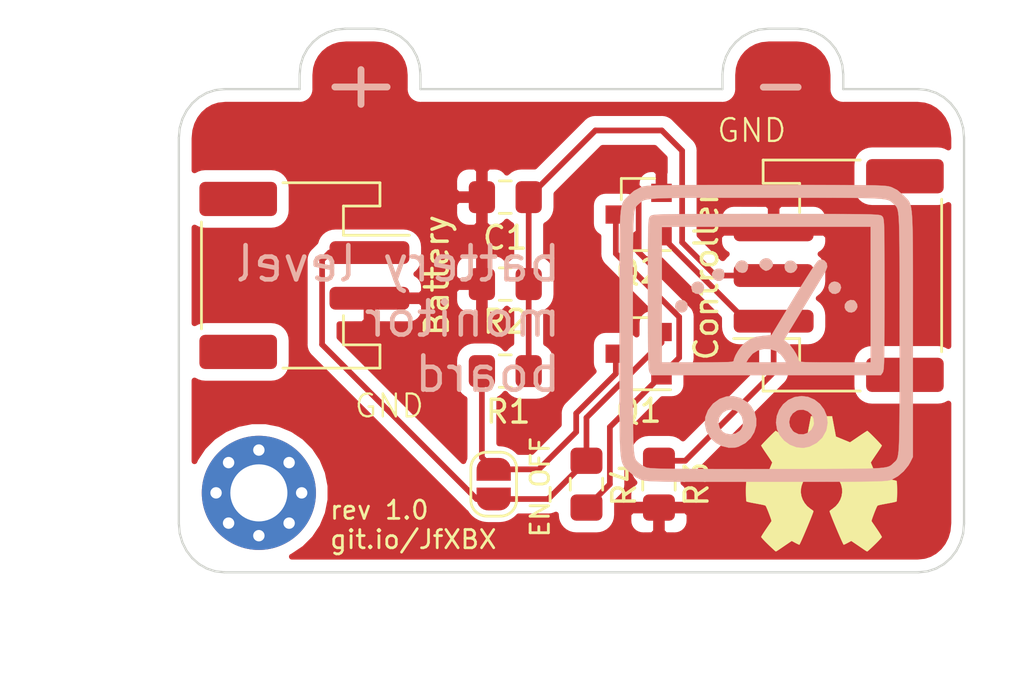
<source format=kicad_pcb>
(kicad_pcb (version 20171130) (host pcbnew "(5.1.6-0-10_14)")

  (general
    (thickness 1.6)
    (drawings 83)
    (tracks 47)
    (zones 0)
    (modules 13)
    (nets 7)
  )

  (page A4)
  (layers
    (0 F.Cu signal)
    (31 B.Cu signal)
    (32 B.Adhes user)
    (33 F.Adhes user)
    (34 B.Paste user)
    (35 F.Paste user)
    (36 B.SilkS user)
    (37 F.SilkS user)
    (38 B.Mask user)
    (39 F.Mask user)
    (40 Dwgs.User user)
    (41 Cmts.User user)
    (42 Eco1.User user)
    (43 Eco2.User user)
    (44 Edge.Cuts user)
    (45 Margin user)
    (46 B.CrtYd user)
    (47 F.CrtYd user)
    (48 B.Fab user)
    (49 F.Fab user)
  )

  (setup
    (last_trace_width 0.25)
    (trace_clearance 0.2)
    (zone_clearance 0.508)
    (zone_45_only no)
    (trace_min 0.2)
    (via_size 0.8)
    (via_drill 0.4)
    (via_min_size 0.4)
    (via_min_drill 0.3)
    (uvia_size 0.3)
    (uvia_drill 0.1)
    (uvias_allowed no)
    (uvia_min_size 0.2)
    (uvia_min_drill 0.1)
    (edge_width 0.05)
    (segment_width 0.2)
    (pcb_text_width 0.3)
    (pcb_text_size 1.5 1.5)
    (mod_edge_width 0.12)
    (mod_text_size 1 1)
    (mod_text_width 0.15)
    (pad_size 1.524 1.524)
    (pad_drill 0.762)
    (pad_to_mask_clearance 0.051)
    (solder_mask_min_width 0.25)
    (aux_axis_origin 0 0)
    (visible_elements FFFFFFFF)
    (pcbplotparams
      (layerselection 0x010f0_ffffffff)
      (usegerberextensions true)
      (usegerberattributes false)
      (usegerberadvancedattributes false)
      (creategerberjobfile false)
      (excludeedgelayer true)
      (linewidth 0.100000)
      (plotframeref false)
      (viasonmask false)
      (mode 1)
      (useauxorigin false)
      (hpglpennumber 1)
      (hpglpenspeed 20)
      (hpglpendiameter 15.000000)
      (psnegative false)
      (psa4output false)
      (plotreference true)
      (plotvalue true)
      (plotinvisibletext false)
      (padsonsilk false)
      (subtractmaskfromsilk false)
      (outputformat 1)
      (mirror false)
      (drillshape 0)
      (scaleselection 1)
      (outputdirectory "gerber/"))
  )

  (net 0 "")
  (net 1 GND)
  (net 2 /ADC)
  (net 3 /EN)
  (net 4 +BATT)
  (net 5 "Net-(JP1-Pad2)")
  (net 6 "Net-(Q1-Pad1)")

  (net_class Default "This is the default net class."
    (clearance 0.2)
    (trace_width 0.25)
    (via_dia 0.8)
    (via_drill 0.4)
    (uvia_dia 0.3)
    (uvia_drill 0.1)
    (add_net +BATT)
    (add_net /ADC)
    (add_net /EN)
    (add_net GND)
    (add_net "Net-(JP1-Pad2)")
    (add_net "Net-(Q1-Pad1)")
  )

  (module Resistor_SMD:R_0805_2012Metric_Pad1.15x1.40mm_HandSolder (layer F.Cu) (tedit 5B36C52B) (tstamp 5ED934E3)
    (at 117.856 96.139 270)
    (descr "Resistor SMD 0805 (2012 Metric), square (rectangular) end terminal, IPC_7351 nominal with elongated pad for handsoldering. (Body size source: https://docs.google.com/spreadsheets/d/1BsfQQcO9C6DZCsRaXUlFlo91Tg2WpOkGARC1WS5S8t0/edit?usp=sharing), generated with kicad-footprint-generator")
    (tags "resistor handsolder")
    (path /5ED9682F)
    (attr smd)
    (fp_text reference R4 (at 0 -1.65 90) (layer F.SilkS)
      (effects (font (size 1 1) (thickness 0.15)))
    )
    (fp_text value 10k (at 0 1.65 90) (layer F.Fab)
      (effects (font (size 1 1) (thickness 0.15)))
    )
    (fp_line (start 1.85 0.95) (end -1.85 0.95) (layer F.CrtYd) (width 0.05))
    (fp_line (start 1.85 -0.95) (end 1.85 0.95) (layer F.CrtYd) (width 0.05))
    (fp_line (start -1.85 -0.95) (end 1.85 -0.95) (layer F.CrtYd) (width 0.05))
    (fp_line (start -1.85 0.95) (end -1.85 -0.95) (layer F.CrtYd) (width 0.05))
    (fp_line (start -0.261252 0.71) (end 0.261252 0.71) (layer F.SilkS) (width 0.12))
    (fp_line (start -0.261252 -0.71) (end 0.261252 -0.71) (layer F.SilkS) (width 0.12))
    (fp_line (start 1 0.6) (end -1 0.6) (layer F.Fab) (width 0.1))
    (fp_line (start 1 -0.6) (end 1 0.6) (layer F.Fab) (width 0.1))
    (fp_line (start -1 -0.6) (end 1 -0.6) (layer F.Fab) (width 0.1))
    (fp_line (start -1 0.6) (end -1 -0.6) (layer F.Fab) (width 0.1))
    (fp_text user %R (at 0 0 90) (layer F.Fab)
      (effects (font (size 0.5 0.5) (thickness 0.08)))
    )
    (pad 2 smd roundrect (at 1.025 0 270) (size 1.15 1.4) (layers F.Cu F.Paste F.Mask) (roundrect_rratio 0.217391)
      (net 6 "Net-(Q1-Pad1)"))
    (pad 1 smd roundrect (at -1.025 0 270) (size 1.15 1.4) (layers F.Cu F.Paste F.Mask) (roundrect_rratio 0.217391)
      (net 4 +BATT))
    (model ${KISYS3DMOD}/Resistor_SMD.3dshapes/R_0805_2012Metric.wrl
      (at (xyz 0 0 0))
      (scale (xyz 1 1 1))
      (rotate (xyz 0 0 0))
    )
  )

  (module Resistor_SMD:R_0805_2012Metric_Pad1.15x1.40mm_HandSolder (layer F.Cu) (tedit 5B36C52B) (tstamp 5ED934D2)
    (at 121.031 96.139 270)
    (descr "Resistor SMD 0805 (2012 Metric), square (rectangular) end terminal, IPC_7351 nominal with elongated pad for handsoldering. (Body size source: https://docs.google.com/spreadsheets/d/1BsfQQcO9C6DZCsRaXUlFlo91Tg2WpOkGARC1WS5S8t0/edit?usp=sharing), generated with kicad-footprint-generator")
    (tags "resistor handsolder")
    (path /5ED97275)
    (attr smd)
    (fp_text reference R3 (at 0 -1.65 90) (layer F.SilkS)
      (effects (font (size 1 1) (thickness 0.15)))
    )
    (fp_text value 100k (at 0 1.65 90) (layer F.Fab)
      (effects (font (size 1 1) (thickness 0.15)))
    )
    (fp_line (start 1.85 0.95) (end -1.85 0.95) (layer F.CrtYd) (width 0.05))
    (fp_line (start 1.85 -0.95) (end 1.85 0.95) (layer F.CrtYd) (width 0.05))
    (fp_line (start -1.85 -0.95) (end 1.85 -0.95) (layer F.CrtYd) (width 0.05))
    (fp_line (start -1.85 0.95) (end -1.85 -0.95) (layer F.CrtYd) (width 0.05))
    (fp_line (start -0.261252 0.71) (end 0.261252 0.71) (layer F.SilkS) (width 0.12))
    (fp_line (start -0.261252 -0.71) (end 0.261252 -0.71) (layer F.SilkS) (width 0.12))
    (fp_line (start 1 0.6) (end -1 0.6) (layer F.Fab) (width 0.1))
    (fp_line (start 1 -0.6) (end 1 0.6) (layer F.Fab) (width 0.1))
    (fp_line (start -1 -0.6) (end 1 -0.6) (layer F.Fab) (width 0.1))
    (fp_line (start -1 0.6) (end -1 -0.6) (layer F.Fab) (width 0.1))
    (fp_text user %R (at 0 0 90) (layer F.Fab)
      (effects (font (size 0.5 0.5) (thickness 0.08)))
    )
    (pad 2 smd roundrect (at 1.025 0 270) (size 1.15 1.4) (layers F.Cu F.Paste F.Mask) (roundrect_rratio 0.217391)
      (net 1 GND))
    (pad 1 smd roundrect (at -1.025 0 270) (size 1.15 1.4) (layers F.Cu F.Paste F.Mask) (roundrect_rratio 0.217391)
      (net 3 /EN))
    (model ${KISYS3DMOD}/Resistor_SMD.3dshapes/R_0805_2012Metric.wrl
      (at (xyz 0 0 0))
      (scale (xyz 1 1 1))
      (rotate (xyz 0 0 0))
    )
  )

  (module Package_TO_SOT_SMD:SOT-23 (layer F.Cu) (tedit 5A02FF57) (tstamp 5ED93481)
    (at 120.142 84.328 180)
    (descr "SOT-23, Standard")
    (tags SOT-23)
    (path /5ED920F5)
    (attr smd)
    (fp_text reference Q2 (at 0 -2.5) (layer F.SilkS)
      (effects (font (size 1 1) (thickness 0.15)))
    )
    (fp_text value BSS123 (at 0 2.5) (layer F.Fab)
      (effects (font (size 1 1) (thickness 0.15)))
    )
    (fp_line (start 0.76 1.58) (end -0.7 1.58) (layer F.SilkS) (width 0.12))
    (fp_line (start 0.76 -1.58) (end -1.4 -1.58) (layer F.SilkS) (width 0.12))
    (fp_line (start -1.7 1.75) (end -1.7 -1.75) (layer F.CrtYd) (width 0.05))
    (fp_line (start 1.7 1.75) (end -1.7 1.75) (layer F.CrtYd) (width 0.05))
    (fp_line (start 1.7 -1.75) (end 1.7 1.75) (layer F.CrtYd) (width 0.05))
    (fp_line (start -1.7 -1.75) (end 1.7 -1.75) (layer F.CrtYd) (width 0.05))
    (fp_line (start 0.76 -1.58) (end 0.76 -0.65) (layer F.SilkS) (width 0.12))
    (fp_line (start 0.76 1.58) (end 0.76 0.65) (layer F.SilkS) (width 0.12))
    (fp_line (start -0.7 1.52) (end 0.7 1.52) (layer F.Fab) (width 0.1))
    (fp_line (start 0.7 -1.52) (end 0.7 1.52) (layer F.Fab) (width 0.1))
    (fp_line (start -0.7 -0.95) (end -0.15 -1.52) (layer F.Fab) (width 0.1))
    (fp_line (start -0.15 -1.52) (end 0.7 -1.52) (layer F.Fab) (width 0.1))
    (fp_line (start -0.7 -0.95) (end -0.7 1.5) (layer F.Fab) (width 0.1))
    (fp_text user %R (at 0 0 90) (layer F.Fab)
      (effects (font (size 0.5 0.5) (thickness 0.075)))
    )
    (pad 3 smd rect (at 1 0 180) (size 0.9 0.8) (layers F.Cu F.Paste F.Mask)
      (net 6 "Net-(Q1-Pad1)"))
    (pad 2 smd rect (at -1 0.95 180) (size 0.9 0.8) (layers F.Cu F.Paste F.Mask)
      (net 1 GND))
    (pad 1 smd rect (at -1 -0.95 180) (size 0.9 0.8) (layers F.Cu F.Paste F.Mask)
      (net 3 /EN))
    (model ${KISYS3DMOD}/Package_TO_SOT_SMD.3dshapes/SOT-23.wrl
      (at (xyz 0 0 0))
      (scale (xyz 1 1 1))
      (rotate (xyz 0 0 0))
    )
  )

  (module custom_icons:voltmeter (layer B.Cu) (tedit 0) (tstamp 5E989266)
    (at 125.73 89.535 180)
    (fp_text reference G*** (at 0 0) (layer B.SilkS) hide
      (effects (font (size 1.524 1.524) (thickness 0.3)) (justify mirror))
    )
    (fp_text value LOGO (at 0.75 0) (layer B.SilkS) hide
      (effects (font (size 1.524 1.524) (thickness 0.3)) (justify mirror))
    )
    (fp_poly (pts (xy 0.165876 3.245754) (xy 0.267903 3.144712) (xy 0.3048 3.011297) (xy 0.263433 2.913349)
      (xy 0.165233 2.815407) (xy 0.049049 2.751645) (xy 0 2.7432) (xy -0.110589 2.777678)
      (xy -0.2032 2.8448) (xy -0.289523 2.962372) (xy -0.288543 3.076433) (xy -0.22572 3.189097)
      (xy -0.111583 3.278217) (xy 0.029165 3.293679) (xy 0.165876 3.245754)) (layer B.SilkS) (width 0.01))
    (fp_poly (pts (xy 1.220878 3.153873) (xy 1.303906 3.067547) (xy 1.359841 2.962016) (xy 1.353083 2.875323)
      (xy 1.316175 2.800847) (xy 1.201366 2.689245) (xy 1.043355 2.650699) (xy 0.923817 2.675232)
      (xy 0.856751 2.740338) (xy 0.808167 2.831585) (xy 0.791678 2.983197) (xy 0.849782 3.103169)
      (xy 0.957402 3.179563) (xy 1.08946 3.200443) (xy 1.220878 3.153873)) (layer B.SilkS) (width 0.01))
    (fp_poly (pts (xy -0.926688 3.167564) (xy -0.829379 3.066117) (xy -0.8001 2.912106) (xy -0.840652 2.767077)
      (xy -0.942538 2.675358) (xy -1.076102 2.64505) (xy -1.211691 2.684257) (xy -1.303907 2.774454)
      (xy -1.359842 2.879993) (xy -1.35308 2.966704) (xy -1.316194 3.041154) (xy -1.201073 3.157963)
      (xy -1.086289 3.190295) (xy -0.926688 3.167564)) (layer B.SilkS) (width 0.01))
    (fp_poly (pts (xy 2.154045 2.832534) (xy 2.28348 2.77121) (xy 2.303526 2.7519) (xy 2.379922 2.613678)
      (xy 2.355191 2.476705) (xy 2.286 2.3876) (xy 2.143292 2.298879) (xy 1.999418 2.304959)
      (xy 1.908628 2.365829) (xy 1.845661 2.484804) (xy 1.832433 2.633529) (xy 1.871252 2.760914)
      (xy 1.88976 2.78384) (xy 2.006562 2.837997) (xy 2.154045 2.832534)) (layer B.SilkS) (width 0.01))
    (fp_poly (pts (xy 3.130534 2.245155) (xy 3.141428 2.239574) (xy 3.254281 2.130598) (xy 3.280289 1.985747)
      (xy 3.228841 1.851713) (xy 3.110746 1.74942) (xy 2.965513 1.725961) (xy 2.828385 1.781672)
      (xy 2.768421 1.847344) (xy 2.72041 1.993805) (xy 2.75308 2.128337) (xy 2.845967 2.229418)
      (xy 2.978607 2.275531) (xy 3.130534 2.245155)) (layer B.SilkS) (width 0.01))
    (fp_poly (pts (xy -2.854246 2.234716) (xy -2.75789 2.136801) (xy -2.720309 2.003921) (xy -2.76197 1.857595)
      (xy -2.768422 1.847344) (xy -2.885693 1.747284) (xy -3.030745 1.72658) (xy -3.168338 1.784898)
      (xy -3.228842 1.851713) (xy -3.282089 2.00722) (xy -3.243593 2.148573) (xy -3.141429 2.239574)
      (xy -2.988914 2.276147) (xy -2.854246 2.234716)) (layer B.SilkS) (width 0.01))
    (fp_poly (pts (xy 3.916723 1.387423) (xy 3.970045 1.298907) (xy 3.99352 1.153075) (xy 3.94091 1.031136)
      (xy 3.837191 0.946554) (xy 3.707343 0.912795) (xy 3.576342 0.943321) (xy 3.479621 1.034544)
      (xy 3.432566 1.183134) (xy 3.467064 1.325876) (xy 3.57092 1.42899) (xy 3.630289 1.45186)
      (xy 3.798662 1.461843) (xy 3.916723 1.387423)) (layer B.SilkS) (width 0.01))
    (fp_poly (pts (xy -3.541872 1.402218) (xy -3.451254 1.287125) (xy -3.434516 1.134244) (xy -3.492465 1.012551)
      (xy -3.599927 0.934519) (xy -3.731729 0.912617) (xy -3.862696 0.95932) (xy -3.943035 1.043481)
      (xy -3.997895 1.160928) (xy -3.982044 1.270735) (xy -3.970046 1.298907) (xy -3.900171 1.404326)
      (xy -3.835726 1.454705) (xy -3.685021 1.465185) (xy -3.541872 1.402218)) (layer B.SilkS) (width 0.01))
    (fp_poly (pts (xy 0.821453 5.232366) (xy 1.547354 5.232181) (xy 2.183749 5.231726) (xy 2.736686 5.230878)
      (xy 3.212211 5.229518) (xy 3.616373 5.227524) (xy 3.955218 5.224776) (xy 4.234793 5.221152)
      (xy 4.461145 5.216531) (xy 4.640322 5.210793) (xy 4.778371 5.203816) (xy 4.88134 5.19548)
      (xy 4.955274 5.185664) (xy 5.006222 5.174246) (xy 5.040231 5.161106) (xy 5.063347 5.146123)
      (xy 5.079999 5.1308) (xy 5.100272 5.108235) (xy 5.117652 5.079135) (xy 5.132362 5.036015)
      (xy 5.144624 4.971389) (xy 5.154662 4.877773) (xy 5.162697 4.747683) (xy 5.168953 4.573632)
      (xy 5.173651 4.348136) (xy 5.177015 4.06371) (xy 5.179266 3.712869) (xy 5.180627 3.288128)
      (xy 5.181321 2.782002) (xy 5.18157 2.187005) (xy 5.181599 1.713104) (xy 5.18138 1.043194)
      (xy 5.180608 0.467572) (xy 5.179115 -0.021075) (xy 5.176733 -0.430059) (xy 5.173294 -0.766692)
      (xy 5.168627 -1.038286) (xy 5.162565 -1.252153) (xy 5.15494 -1.415605) (xy 5.145582 -1.535953)
      (xy 5.134323 -1.620511) (xy 5.120994 -1.67659) (xy 5.105427 -1.711502) (xy 5.102519 -1.715896)
      (xy 5.023438 -1.8288) (xy -5.023439 -1.8288) (xy -5.10252 -1.715896) (xy -5.118488 -1.683881)
      (xy -5.132189 -1.631953) (xy -5.143791 -1.552801) (xy -5.153463 -1.439112) (xy -5.161374 -1.283575)
      (xy -5.167692 -1.078877) (xy -5.172586 -0.817707) (xy -5.176224 -0.492752) (xy -5.178775 -0.0967)
      (xy -5.180409 0.37776) (xy -5.181292 0.937941) (xy -5.181595 1.591155) (xy -5.1816 1.713104)
      (xy -5.18153 2.374834) (xy -5.181171 2.942449) (xy -5.180301 3.423434) (xy -5.178696 3.825274)
      (xy -5.176136 4.155454) (xy -5.172396 4.42146) (xy -5.167255 4.630775) (xy -5.165446 4.6736)
      (xy -4.572 4.6736) (xy -4.572 -1.27) (xy -2.9972 -1.27) (xy -0.872953 -1.27)
      (xy 0.872952 -1.27) (xy 0.776629 -1.105072) (xy 0.597555 -0.889276) (xy 0.369148 -0.747385)
      (xy 0.111794 -0.679398) (xy -0.154119 -0.685317) (xy -0.408208 -0.76514) (xy -0.630084 -0.918868)
      (xy -0.77663 -1.105072) (xy -0.872953 -1.27) (xy -2.9972 -1.27) (xy -2.551529 -1.269506)
      (xy -2.1973 -1.267691) (xy -1.924361 -1.264052) (xy -1.722559 -1.258087) (xy -1.58174 -1.249293)
      (xy -1.491751 -1.237169) (xy -1.442439 -1.221213) (xy -1.42365 -1.200922) (xy -1.4224 -1.192111)
      (xy -1.390364 -1.060768) (xy -1.306784 -0.887109) (xy -1.19046 -0.702129) (xy -1.060187 -0.536826)
      (xy -0.973316 -0.451553) (xy -0.776151 -0.286023) (xy -1.640887 1.139689) (xy -1.853927 1.491019)
      (xy -2.053993 1.821117) (xy -2.233952 2.118201) (xy -2.386671 2.37049) (xy -2.505018 2.566204)
      (xy -2.581862 2.693563) (xy -2.604373 2.731082) (xy -2.672199 2.913553) (xy -2.65344 3.072307)
      (xy -2.551549 3.189454) (xy -2.511731 3.210951) (xy -2.403002 3.241046) (xy -2.305159 3.204987)
      (xy -2.258136 3.171123) (xy -2.20318 3.105948) (xy -2.103106 2.963998) (xy -1.964717 2.75583)
      (xy -1.794818 2.492) (xy -1.600213 2.183063) (xy -1.387705 1.839576) (xy -1.180103 1.4986)
      (xy -0.2286 -0.0762) (xy 0.127 -0.105043) (xy 0.427087 -0.149226) (xy 0.670916 -0.237863)
      (xy 0.900153 -0.388331) (xy 0.993176 -0.466276) (xy 1.116036 -0.599462) (xy 1.238615 -0.772929)
      (xy 1.342278 -0.955161) (xy 1.408389 -1.114646) (xy 1.4224 -1.192111) (xy 1.432377 -1.214153)
      (xy 1.469077 -1.231673) (xy 1.542654 -1.245173) (xy 1.663261 -1.255154) (xy 1.841052 -1.262119)
      (xy 2.086179 -1.266569) (xy 2.408796 -1.269008) (xy 2.819057 -1.269938) (xy 2.9972 -1.27)
      (xy 4.572 -1.27) (xy 4.572 4.6736) (xy -4.572 4.6736) (xy -5.165446 4.6736)
      (xy -5.16049 4.790885) (xy -5.151879 4.909275) (xy -5.141199 4.993429) (xy -5.128227 5.050834)
      (xy -5.112741 5.088974) (xy -5.094519 5.115334) (xy -5.08 5.1308) (xy -5.061538 5.147564)
      (xy -5.037682 5.162375) (xy -5.002384 5.175353) (xy -4.949596 5.18662) (xy -4.873273 5.196297)
      (xy -4.767367 5.204505) (xy -4.62583 5.211364) (xy -4.442615 5.216995) (xy -4.211676 5.22152)
      (xy -3.926964 5.22506) (xy -3.582433 5.227735) (xy -3.172036 5.229666) (xy -2.689725 5.230975)
      (xy -2.129454 5.231781) (xy -1.485174 5.232207) (xy -0.750839 5.232373) (xy -0.000001 5.232401)
      (xy 0.821453 5.232366)) (layer B.SilkS) (width 0.01))
    (fp_poly (pts (xy 1.743257 -2.762327) (xy 2.043258 -2.868351) (xy 2.318508 -3.067224) (xy 2.343763 -3.091836)
      (xy 2.551749 -3.36386) (xy 2.666965 -3.662065) (xy 2.688615 -3.971964) (xy 2.615905 -4.279077)
      (xy 2.44804 -4.568917) (xy 2.426301 -4.596016) (xy 2.204153 -4.796976) (xy 1.933084 -4.936712)
      (xy 1.640275 -5.007022) (xy 1.352903 -4.999703) (xy 1.213361 -4.96202) (xy 0.91456 -4.803826)
      (xy 0.684014 -4.587557) (xy 0.524761 -4.329089) (xy 0.43984 -4.044296) (xy 0.436072 -3.896958)
      (xy 1.016 -3.896958) (xy 1.032662 -4.068351) (xy 1.097049 -4.195975) (xy 1.164492 -4.271107)
      (xy 1.346543 -4.38707) (xy 1.561777 -4.425801) (xy 1.775427 -4.385185) (xy 1.896399 -4.315689)
      (xy 2.036982 -4.145371) (xy 2.096363 -3.93589) (xy 2.067827 -3.717179) (xy 2.043637 -3.659318)
      (xy 1.907296 -3.473726) (xy 1.73359 -3.366993) (xy 1.542887 -3.334407) (xy 1.355557 -3.371259)
      (xy 1.191967 -3.472839) (xy 1.072486 -3.634436) (xy 1.017482 -3.85134) (xy 1.016 -3.896958)
      (xy 0.436072 -3.896958) (xy 0.432289 -3.749054) (xy 0.505148 -3.459237) (xy 0.661455 -3.190722)
      (xy 0.839583 -3.009298) (xy 1.126936 -2.832006) (xy 1.432988 -2.749947) (xy 1.743257 -2.762327)) (layer B.SilkS) (width 0.01))
    (fp_poly (pts (xy -1.242704 -2.788366) (xy -0.968211 -2.913947) (xy -0.74064 -3.104716) (xy -0.568817 -3.345163)
      (xy -0.461567 -3.619779) (xy -0.427718 -3.913053) (xy -0.476094 -4.209475) (xy -0.585543 -4.44764)
      (xy -0.788739 -4.693776) (xy -1.04364 -4.875672) (xy -1.329223 -4.985085) (xy -1.624461 -5.01377)
      (xy -1.891839 -4.95982) (xy -2.212445 -4.793949) (xy -2.454102 -4.56422) (xy -2.617182 -4.270263)
      (xy -2.634585 -4.221519) (xy -2.683685 -3.939238) (xy -2.096253 -3.939238) (xy -2.079988 -4.025307)
      (xy -1.979381 -4.223171) (xy -1.819109 -4.358219) (xy -1.623372 -4.423953) (xy -1.416369 -4.413876)
      (xy -1.2223 -4.321491) (xy -1.164493 -4.271107) (xy -1.043135 -4.086763) (xy -1.006258 -3.881392)
      (xy -1.047365 -3.679194) (xy -1.159958 -3.504369) (xy -1.33754 -3.381118) (xy -1.410293 -3.355612)
      (xy -1.626492 -3.342402) (xy -1.821483 -3.412455) (xy -1.976971 -3.547476) (xy -2.074659 -3.729169)
      (xy -2.096253 -3.939238) (xy -2.683685 -3.939238) (xy -2.688003 -3.914417) (xy -2.651626 -3.613389)
      (xy -2.536819 -3.333995) (xy -2.354943 -3.091796) (xy -2.117361 -2.902353) (xy -1.835435 -2.781225)
      (xy -1.555294 -2.743483) (xy -1.242704 -2.788366)) (layer B.SilkS) (width 0.01))
    (fp_poly (pts (xy 0.843487 6.502362) (xy 1.591467 6.502171) (xy 2.250034 6.501712) (xy 2.825279 6.500872)
      (xy 3.323295 6.499536) (xy 3.750177 6.49759) (xy 4.112016 6.49492) (xy 4.414905 6.491412)
      (xy 4.664938 6.486951) (xy 4.868208 6.481422) (xy 5.030806 6.474713) (xy 5.158827 6.466708)
      (xy 5.258363 6.457293) (xy 5.335508 6.446355) (xy 5.396353 6.433778) (xy 5.446992 6.419449)
      (xy 5.493518 6.403253) (xy 5.504452 6.399187) (xy 5.796294 6.241465) (xy 6.011482 6.048837)
      (xy 6.076224 5.982573) (xy 6.1339 5.926107) (xy 6.184916 5.873525) (xy 6.229678 5.81891)
      (xy 6.26859 5.756345) (xy 6.302059 5.679916) (xy 6.33049 5.583705) (xy 6.354289 5.461798)
      (xy 6.373861 5.308277) (xy 6.389613 5.117227) (xy 6.401949 4.882732) (xy 6.411275 4.598875)
      (xy 6.417997 4.259741) (xy 6.422521 3.859414) (xy 6.425251 3.391977) (xy 6.426595 2.851515)
      (xy 6.426957 2.232111) (xy 6.426742 1.52785) (xy 6.426358 0.732815) (xy 6.4262 0)
      (xy 6.426418 -0.874844) (xy 6.426802 -1.654005) (xy 6.426947 -2.343401) (xy 6.426447 -2.948946)
      (xy 6.424896 -3.476557) (xy 6.421888 -3.93215) (xy 6.417019 -4.32164) (xy 6.409882 -4.650945)
      (xy 6.400072 -4.925979) (xy 6.387183 -5.15266) (xy 6.37081 -5.336902) (xy 6.350547 -5.484623)
      (xy 6.325988 -5.601737) (xy 6.296727 -5.694162) (xy 6.26236 -5.767813) (xy 6.222481 -5.828606)
      (xy 6.176683 -5.882457) (xy 6.124562 -5.935283) (xy 6.065711 -5.992999) (xy 6.011482 -6.048836)
      (xy 5.742108 -6.278905) (xy 5.504452 -6.399186) (xy 5.458105 -6.415811) (xy 5.409133 -6.430545)
      (xy 5.351453 -6.443498) (xy 5.278982 -6.454782) (xy 5.185635 -6.464507) (xy 5.06533 -6.472786)
      (xy 4.911983 -6.479728) (xy 4.71951 -6.485446) (xy 4.481829 -6.49005) (xy 4.192854 -6.493652)
      (xy 3.846504 -6.496362) (xy 3.436695 -6.498292) (xy 2.957343 -6.499553) (xy 2.402364 -6.500256)
      (xy 1.765676 -6.500512) (xy 1.041195 -6.500433) (xy 0.222837 -6.500129) (xy -0.014606 -6.500023)
      (xy -0.860187 -6.499585) (xy -1.610221 -6.499008) (xy -2.270762 -6.498182) (xy -2.847863 -6.496997)
      (xy -3.347577 -6.495342) (xy -3.775959 -6.493106) (xy -4.139062 -6.490179) (xy -4.442938 -6.486451)
      (xy -4.693641 -6.481811) (xy -4.897226 -6.476148) (xy -5.059744 -6.469353) (xy -5.18725 -6.461315)
      (xy -5.285797 -6.451922) (xy -5.361438 -6.441065) (xy -5.420228 -6.428634) (xy -5.468218 -6.414517)
      (xy -5.508517 -6.399758) (xy -5.770772 -6.25423) (xy -6.021566 -6.038395) (xy -6.229795 -5.78163)
      (xy -6.310745 -5.642057) (xy -6.4262 -5.4102) (xy -6.4262 0) (xy -6.426419 0.874845)
      (xy -6.426718 1.481913) (xy -5.842098 1.481913) (xy -5.842049 0.699446) (xy -5.842001 0)
      (xy -5.842067 -0.859916) (xy -5.842084 -1.624125) (xy -5.841779 -2.29852) (xy -5.840881 -2.888993)
      (xy -5.839117 -3.401437) (xy -5.836214 -3.841745) (xy -5.8319 -4.215809) (xy -5.825903 -4.529521)
      (xy -5.817951 -4.788775) (xy -5.807771 -4.999463) (xy -5.795091 -5.167478) (xy -5.779638 -5.298713)
      (xy -5.76114 -5.399059) (xy -5.739325 -5.47441) (xy -5.713921 -5.530659) (xy -5.684655 -5.573698)
      (xy -5.651255 -5.609419) (xy -5.613448 -5.643716) (xy -5.579764 -5.674164) (xy -5.535207 -5.716724)
      (xy -5.494032 -5.75448) (xy -5.450214 -5.787721) (xy -5.397723 -5.816738) (xy -5.330533 -5.841819)
      (xy -5.242617 -5.863255) (xy -5.127947 -5.881335) (xy -4.980496 -5.896347) (xy -4.794236 -5.908582)
      (xy -4.56314 -5.91833) (xy -4.281181 -5.925879) (xy -3.942331 -5.931519) (xy -3.540563 -5.935539)
      (xy -3.069849 -5.93823) (xy -2.524162 -5.93988) (xy -1.897475 -5.940779) (xy -1.183761 -5.941217)
      (xy -0.376991 -5.941482) (xy -0.011069 -5.941611) (xy 0.831034 -5.941801) (xy 1.577459 -5.941618)
      (xy 2.234126 -5.940976) (xy 2.806958 -5.93979) (xy 3.301876 -5.937972) (xy 3.7248 -5.935438)
      (xy 4.081652 -5.932101) (xy 4.378354 -5.927875) (xy 4.620826 -5.922675) (xy 4.814991 -5.916415)
      (xy 4.966769 -5.909008) (xy 5.082081 -5.900369) (xy 5.166849 -5.890413) (xy 5.226994 -5.879052)
      (xy 5.268438 -5.866201) (xy 5.271438 -5.864975) (xy 5.429478 -5.782747) (xy 5.566862 -5.685751)
      (xy 5.579433 -5.674475) (xy 5.621022 -5.63702) (xy 5.657981 -5.602883) (xy 5.690582 -5.566172)
      (xy 5.719097 -5.520993) (xy 5.7438 -5.461454) (xy 5.764963 -5.381662) (xy 5.782858 -5.275724)
      (xy 5.797759 -5.137748) (xy 5.809938 -4.96184) (xy 5.819667 -4.742109) (xy 5.82722 -4.47266)
      (xy 5.832869 -4.147601) (xy 5.836887 -3.76104) (xy 5.839546 -3.307083) (xy 5.841119 -2.779838)
      (xy 5.841878 -2.173412) (xy 5.842097 -1.481912) (xy 5.842048 -0.699445) (xy 5.842 0.000001)
      (xy 5.842066 0.859919) (xy 5.842084 1.62413) (xy 5.841781 2.298528) (xy 5.840883 2.889004)
      (xy 5.83912 3.401451) (xy 5.836216 3.841763) (xy 5.831901 4.215832) (xy 5.825901 4.52955)
      (xy 5.817944 4.788812) (xy 5.807757 4.999509) (xy 5.795067 5.167534) (xy 5.779602 5.298781)
      (xy 5.761089 5.399141) (xy 5.739256 5.474508) (xy 5.713829 5.530775) (xy 5.684536 5.573834)
      (xy 5.651104 5.609578) (xy 5.613261 5.643901) (xy 5.579433 5.674476) (xy 5.534201 5.717608)
      (xy 5.492296 5.755874) (xy 5.447688 5.789565) (xy 5.394349 5.818971) (xy 5.326251 5.844383)
      (xy 5.237364 5.866092) (xy 5.121661 5.884388) (xy 4.973111 5.899564) (xy 4.785686 5.911908)
      (xy 4.553359 5.921713) (xy 4.270099 5.929269) (xy 3.929878 5.934867) (xy 3.526667 5.938797)
      (xy 3.054438 5.94135) (xy 2.507162 5.942818) (xy 1.87881 5.94349) (xy 1.163354 5.943658)
      (xy 0.354764 5.943613) (xy -0.000001 5.943601) (xy -0.84796 5.943649) (xy -1.600349 5.943603)
      (xy -2.263195 5.943169) (xy -2.842528 5.942058) (xy -3.344376 5.939979) (xy -3.774768 5.93664)
      (xy -4.139732 5.931752) (xy -4.445298 5.925023) (xy -4.697494 5.916162) (xy -4.902349 5.90488)
      (xy -5.065891 5.890884) (xy -5.19415 5.873884) (xy -5.293154 5.85359) (xy -5.368932 5.82971)
      (xy -5.427513 5.801954) (xy -5.474925 5.770031) (xy -5.517197 5.73365) (xy -5.560358 5.692521)
      (xy -5.579434 5.674476) (xy -5.621023 5.637021) (xy -5.657982 5.602884) (xy -5.690583 5.566173)
      (xy -5.719098 5.520994) (xy -5.743801 5.461455) (xy -5.764964 5.381663) (xy -5.782859 5.275725)
      (xy -5.79776 5.137749) (xy -5.809939 4.961841) (xy -5.819668 4.74211) (xy -5.827221 4.472661)
      (xy -5.83287 4.147602) (xy -5.836888 3.761041) (xy -5.839547 3.307084) (xy -5.84112 2.779839)
      (xy -5.841879 2.173413) (xy -5.842098 1.481913) (xy -6.426718 1.481913) (xy -6.426803 1.654006)
      (xy -6.426948 2.343402) (xy -6.426448 2.948947) (xy -6.424897 3.476558) (xy -6.421889 3.932151)
      (xy -6.41702 4.321641) (xy -6.409883 4.650946) (xy -6.400073 4.92598) (xy -6.387184 5.152661)
      (xy -6.370811 5.336903) (xy -6.350548 5.484624) (xy -6.325989 5.601738) (xy -6.296728 5.694163)
      (xy -6.262361 5.767814) (xy -6.222482 5.828607) (xy -6.176684 5.882458) (xy -6.124563 5.935284)
      (xy -6.065712 5.993) (xy -6.011483 6.048837) (xy -5.742109 6.278906) (xy -5.504453 6.399187)
      (xy -5.45801 6.415835) (xy -5.408877 6.430591) (xy -5.350962 6.443567) (xy -5.278172 6.454878)
      (xy -5.184415 6.464638) (xy -5.063596 6.472962) (xy -4.909623 6.479964) (xy -4.716403 6.485758)
      (xy -4.477844 6.490459) (xy -4.187851 6.49418) (xy -3.840334 6.497035) (xy -3.429197 6.49914)
      (xy -2.948349 6.500608) (xy -2.391697 6.501554) (xy -1.753147 6.502092) (xy -1.026607 6.502335)
      (xy -0.205984 6.502399) (xy -0.000001 6.5024) (xy 0.843487 6.502362)) (layer B.SilkS) (width 0.01))
  )

  (module Symbol:OSHW-Symbol_6.7x6mm_SilkScreen (layer F.Cu) (tedit 0) (tstamp 5E98871D)
    (at 128.143 96.139)
    (descr "Open Source Hardware Symbol")
    (tags "Logo Symbol OSHW")
    (attr virtual)
    (fp_text reference REF** (at 0 0) (layer F.SilkS) hide
      (effects (font (size 1 1) (thickness 0.15)))
    )
    (fp_text value OSHW-Symbol_6.7x6mm_SilkScreen (at 0.75 0) (layer F.Fab) hide
      (effects (font (size 1 1) (thickness 0.15)))
    )
    (fp_poly (pts (xy 0.555814 -2.531069) (xy 0.639635 -2.086445) (xy 0.94892 -1.958947) (xy 1.258206 -1.831449)
      (xy 1.629246 -2.083754) (xy 1.733157 -2.154004) (xy 1.827087 -2.216728) (xy 1.906652 -2.269062)
      (xy 1.96747 -2.308143) (xy 2.005157 -2.331107) (xy 2.015421 -2.336058) (xy 2.03391 -2.323324)
      (xy 2.07342 -2.288118) (xy 2.129522 -2.234938) (xy 2.197787 -2.168282) (xy 2.273786 -2.092646)
      (xy 2.353092 -2.012528) (xy 2.431275 -1.932426) (xy 2.503907 -1.856836) (xy 2.566559 -1.790255)
      (xy 2.614803 -1.737182) (xy 2.64421 -1.702113) (xy 2.651241 -1.690377) (xy 2.641123 -1.66874)
      (xy 2.612759 -1.621338) (xy 2.569129 -1.552807) (xy 2.513218 -1.467785) (xy 2.448006 -1.370907)
      (xy 2.410219 -1.31565) (xy 2.341343 -1.214752) (xy 2.28014 -1.123701) (xy 2.229578 -1.04703)
      (xy 2.192628 -0.989272) (xy 2.172258 -0.954957) (xy 2.169197 -0.947746) (xy 2.176136 -0.927252)
      (xy 2.195051 -0.879487) (xy 2.223087 -0.811168) (xy 2.257391 -0.729011) (xy 2.295109 -0.63973)
      (xy 2.333387 -0.550042) (xy 2.36937 -0.466662) (xy 2.400206 -0.396306) (xy 2.423039 -0.34569)
      (xy 2.435017 -0.321529) (xy 2.435724 -0.320578) (xy 2.454531 -0.315964) (xy 2.504618 -0.305672)
      (xy 2.580793 -0.290713) (xy 2.677865 -0.272099) (xy 2.790643 -0.250841) (xy 2.856442 -0.238582)
      (xy 2.97695 -0.215638) (xy 3.085797 -0.193805) (xy 3.177476 -0.174278) (xy 3.246481 -0.158252)
      (xy 3.287304 -0.146921) (xy 3.295511 -0.143326) (xy 3.303548 -0.118994) (xy 3.310033 -0.064041)
      (xy 3.31497 0.015108) (xy 3.318364 0.112026) (xy 3.320218 0.220287) (xy 3.320538 0.333465)
      (xy 3.319327 0.445135) (xy 3.31659 0.548868) (xy 3.312331 0.638241) (xy 3.306555 0.706826)
      (xy 3.299267 0.748197) (xy 3.294895 0.75681) (xy 3.268764 0.767133) (xy 3.213393 0.781892)
      (xy 3.136107 0.799352) (xy 3.04423 0.81778) (xy 3.012158 0.823741) (xy 2.857524 0.852066)
      (xy 2.735375 0.874876) (xy 2.641673 0.89308) (xy 2.572384 0.907583) (xy 2.523471 0.919292)
      (xy 2.490897 0.929115) (xy 2.470628 0.937956) (xy 2.458626 0.946724) (xy 2.456947 0.948457)
      (xy 2.440184 0.976371) (xy 2.414614 1.030695) (xy 2.382788 1.104777) (xy 2.34726 1.191965)
      (xy 2.310583 1.285608) (xy 2.275311 1.379052) (xy 2.243996 1.465647) (xy 2.219193 1.53874)
      (xy 2.203454 1.591678) (xy 2.199332 1.617811) (xy 2.199676 1.618726) (xy 2.213641 1.640086)
      (xy 2.245322 1.687084) (xy 2.291391 1.754827) (xy 2.348518 1.838423) (xy 2.413373 1.932982)
      (xy 2.431843 1.959854) (xy 2.497699 2.057275) (xy 2.55565 2.146163) (xy 2.602538 2.221412)
      (xy 2.635207 2.27792) (xy 2.6505 2.310581) (xy 2.651241 2.314593) (xy 2.638392 2.335684)
      (xy 2.602888 2.377464) (xy 2.549293 2.435445) (xy 2.482171 2.505135) (xy 2.406087 2.582045)
      (xy 2.325604 2.661683) (xy 2.245287 2.739561) (xy 2.169699 2.811186) (xy 2.103405 2.87207)
      (xy 2.050969 2.917721) (xy 2.016955 2.94365) (xy 2.007545 2.947883) (xy 1.985643 2.937912)
      (xy 1.9408 2.91102) (xy 1.880321 2.871736) (xy 1.833789 2.840117) (xy 1.749475 2.782098)
      (xy 1.649626 2.713784) (xy 1.549473 2.645579) (xy 1.495627 2.609075) (xy 1.313371 2.4858)
      (xy 1.160381 2.56852) (xy 1.090682 2.604759) (xy 1.031414 2.632926) (xy 0.991311 2.648991)
      (xy 0.981103 2.651226) (xy 0.968829 2.634722) (xy 0.944613 2.588082) (xy 0.910263 2.515609)
      (xy 0.867588 2.421606) (xy 0.818394 2.310374) (xy 0.76449 2.186215) (xy 0.707684 2.053432)
      (xy 0.649782 1.916327) (xy 0.592593 1.779202) (xy 0.537924 1.646358) (xy 0.487584 1.522098)
      (xy 0.44338 1.410725) (xy 0.407119 1.316539) (xy 0.380609 1.243844) (xy 0.365658 1.196941)
      (xy 0.363254 1.180833) (xy 0.382311 1.160286) (xy 0.424036 1.126933) (xy 0.479706 1.087702)
      (xy 0.484378 1.084599) (xy 0.628264 0.969423) (xy 0.744283 0.835053) (xy 0.83143 0.685784)
      (xy 0.888699 0.525913) (xy 0.915086 0.359737) (xy 0.909585 0.191552) (xy 0.87119 0.025655)
      (xy 0.798895 -0.133658) (xy 0.777626 -0.168513) (xy 0.666996 -0.309263) (xy 0.536302 -0.422286)
      (xy 0.390064 -0.506997) (xy 0.232808 -0.562806) (xy 0.069057 -0.589126) (xy -0.096667 -0.58537)
      (xy -0.259838 -0.55095) (xy -0.415935 -0.485277) (xy -0.560433 -0.387765) (xy -0.605131 -0.348187)
      (xy -0.718888 -0.224297) (xy -0.801782 -0.093876) (xy -0.858644 0.052315) (xy -0.890313 0.197088)
      (xy -0.898131 0.35986) (xy -0.872062 0.52344) (xy -0.814755 0.682298) (xy -0.728856 0.830906)
      (xy -0.617014 0.963735) (xy -0.481877 1.075256) (xy -0.464117 1.087011) (xy -0.40785 1.125508)
      (xy -0.365077 1.158863) (xy -0.344628 1.18016) (xy -0.344331 1.180833) (xy -0.348721 1.203871)
      (xy -0.366124 1.256157) (xy -0.394732 1.33339) (xy -0.432735 1.431268) (xy -0.478326 1.545491)
      (xy -0.529697 1.671758) (xy -0.585038 1.805767) (xy -0.642542 1.943218) (xy -0.700399 2.079808)
      (xy -0.756802 2.211237) (xy -0.809942 2.333205) (xy -0.85801 2.441409) (xy -0.899199 2.531549)
      (xy -0.931699 2.599323) (xy -0.953703 2.64043) (xy -0.962564 2.651226) (xy -0.98964 2.642819)
      (xy -1.040303 2.620272) (xy -1.105817 2.587613) (xy -1.141841 2.56852) (xy -1.294832 2.4858)
      (xy -1.477088 2.609075) (xy -1.570125 2.672228) (xy -1.671985 2.741727) (xy -1.767438 2.807165)
      (xy -1.81525 2.840117) (xy -1.882495 2.885273) (xy -1.939436 2.921057) (xy -1.978646 2.942938)
      (xy -1.991381 2.947563) (xy -2.009917 2.935085) (xy -2.050941 2.900252) (xy -2.110475 2.846678)
      (xy -2.184542 2.777983) (xy -2.269165 2.697781) (xy -2.322685 2.646286) (xy -2.416319 2.554286)
      (xy -2.497241 2.471999) (xy -2.562177 2.402945) (xy -2.607858 2.350644) (xy -2.631011 2.318616)
      (xy -2.633232 2.312116) (xy -2.622924 2.287394) (xy -2.594439 2.237405) (xy -2.550937 2.167212)
      (xy -2.495577 2.081875) (xy -2.43152 1.986456) (xy -2.413303 1.959854) (xy -2.346927 1.863167)
      (xy -2.287378 1.776117) (xy -2.237984 1.703595) (xy -2.202075 1.650493) (xy -2.182981 1.621703)
      (xy -2.181136 1.618726) (xy -2.183895 1.595782) (xy -2.198538 1.545336) (xy -2.222513 1.474041)
      (xy -2.253266 1.388547) (xy -2.288244 1.295507) (xy -2.324893 1.201574) (xy -2.360661 1.113399)
      (xy -2.392994 1.037634) (xy -2.419338 0.980931) (xy -2.437142 0.949943) (xy -2.438407 0.948457)
      (xy -2.449294 0.939601) (xy -2.467682 0.930843) (xy -2.497606 0.921277) (xy -2.543103 0.909996)
      (xy -2.608209 0.896093) (xy -2.696961 0.878663) (xy -2.813393 0.856798) (xy -2.961542 0.829591)
      (xy -2.993618 0.823741) (xy -3.088686 0.805374) (xy -3.171565 0.787405) (xy -3.23493 0.771569)
      (xy -3.271458 0.7596) (xy -3.276356 0.75681) (xy -3.284427 0.732072) (xy -3.290987 0.67679)
      (xy -3.296033 0.597389) (xy -3.299559 0.500296) (xy -3.301561 0.391938) (xy -3.302036 0.27874)
      (xy -3.300977 0.167128) (xy -3.298382 0.063529) (xy -3.294246 -0.025632) (xy -3.288563 -0.093928)
      (xy -3.281331 -0.134934) (xy -3.276971 -0.143326) (xy -3.252698 -0.151792) (xy -3.197426 -0.165565)
      (xy -3.116662 -0.18345) (xy -3.015912 -0.204252) (xy -2.900683 -0.226777) (xy -2.837902 -0.238582)
      (xy -2.718787 -0.260849) (xy -2.612565 -0.281021) (xy -2.524427 -0.298085) (xy -2.459566 -0.311031)
      (xy -2.423174 -0.318845) (xy -2.417184 -0.320578) (xy -2.407061 -0.34011) (xy -2.385662 -0.387157)
      (xy -2.355839 -0.454997) (xy -2.320445 -0.536909) (xy -2.282332 -0.626172) (xy -2.244353 -0.716065)
      (xy -2.20936 -0.799865) (xy -2.180206 -0.870853) (xy -2.159743 -0.922306) (xy -2.150823 -0.947503)
      (xy -2.150657 -0.948604) (xy -2.160769 -0.968481) (xy -2.189117 -1.014223) (xy -2.232723 -1.081283)
      (xy -2.288606 -1.165116) (xy -2.353787 -1.261174) (xy -2.391679 -1.31635) (xy -2.460725 -1.417519)
      (xy -2.52205 -1.50937) (xy -2.572663 -1.587256) (xy -2.609571 -1.646531) (xy -2.629782 -1.682549)
      (xy -2.632701 -1.690623) (xy -2.620153 -1.709416) (xy -2.585463 -1.749543) (xy -2.533063 -1.806507)
      (xy -2.467384 -1.875815) (xy -2.392856 -1.952969) (xy -2.313913 -2.033475) (xy -2.234983 -2.112837)
      (xy -2.1605 -2.18656) (xy -2.094894 -2.250148) (xy -2.042596 -2.299106) (xy -2.008039 -2.328939)
      (xy -1.996478 -2.336058) (xy -1.977654 -2.326047) (xy -1.932631 -2.297922) (xy -1.865787 -2.254546)
      (xy -1.781499 -2.198782) (xy -1.684144 -2.133494) (xy -1.610707 -2.083754) (xy -1.239667 -1.831449)
      (xy -0.621095 -2.086445) (xy -0.537275 -2.531069) (xy -0.453454 -2.975693) (xy 0.471994 -2.975693)
      (xy 0.555814 -2.531069)) (layer F.SilkS) (width 0.01))
  )

  (module MountingHole:MountingHole_2.5mm_Pad_Via (layer F.Cu) (tedit 56DDBAEA) (tstamp 5E98970B)
    (at 103.505 96.52)
    (descr "Mounting Hole 2.5mm")
    (tags "mounting hole 2.5mm")
    (attr virtual)
    (fp_text reference REF** (at 0 -3.5) (layer F.SilkS) hide
      (effects (font (size 1 1) (thickness 0.15)))
    )
    (fp_text value MountingHole_2.5mm_Pad_Via (at 0 3.5) (layer F.Fab)
      (effects (font (size 1 1) (thickness 0.15)))
    )
    (fp_circle (center 0 0) (end 2.75 0) (layer F.CrtYd) (width 0.05))
    (fp_circle (center 0 0) (end 2.5 0) (layer Cmts.User) (width 0.15))
    (fp_text user %R (at 0.3 0) (layer F.Fab)
      (effects (font (size 1 1) (thickness 0.15)))
    )
    (pad 1 thru_hole circle (at 1.325825 -1.325825) (size 0.8 0.8) (drill 0.5) (layers *.Cu *.Mask))
    (pad 1 thru_hole circle (at 0 -1.875) (size 0.8 0.8) (drill 0.5) (layers *.Cu *.Mask))
    (pad 1 thru_hole circle (at -1.325825 -1.325825) (size 0.8 0.8) (drill 0.5) (layers *.Cu *.Mask))
    (pad 1 thru_hole circle (at -1.875 0) (size 0.8 0.8) (drill 0.5) (layers *.Cu *.Mask))
    (pad 1 thru_hole circle (at -1.325825 1.325825) (size 0.8 0.8) (drill 0.5) (layers *.Cu *.Mask))
    (pad 1 thru_hole circle (at 0 1.875) (size 0.8 0.8) (drill 0.5) (layers *.Cu *.Mask))
    (pad 1 thru_hole circle (at 1.325825 1.325825) (size 0.8 0.8) (drill 0.5) (layers *.Cu *.Mask))
    (pad 1 thru_hole circle (at 1.875 0) (size 0.8 0.8) (drill 0.5) (layers *.Cu *.Mask))
    (pad 1 thru_hole circle (at 0 0) (size 5 5) (drill 2.5) (layers *.Cu *.Mask))
  )

  (module Resistor_SMD:R_0805_2012Metric_Pad1.15x1.40mm_HandSolder (layer F.Cu) (tedit 5B36C52B) (tstamp 5E982170)
    (at 114.3 87.376 180)
    (descr "Resistor SMD 0805 (2012 Metric), square (rectangular) end terminal, IPC_7351 nominal with elongated pad for handsoldering. (Body size source: https://docs.google.com/spreadsheets/d/1BsfQQcO9C6DZCsRaXUlFlo91Tg2WpOkGARC1WS5S8t0/edit?usp=sharing), generated with kicad-footprint-generator")
    (tags "resistor handsolder")
    (path /5E988778)
    (attr smd)
    (fp_text reference R2 (at 0 -1.65) (layer F.SilkS)
      (effects (font (size 1 1) (thickness 0.15)))
    )
    (fp_text value R (at 0 1.65) (layer F.Fab)
      (effects (font (size 1 1) (thickness 0.15)))
    )
    (fp_line (start 1.85 0.95) (end -1.85 0.95) (layer F.CrtYd) (width 0.05))
    (fp_line (start 1.85 -0.95) (end 1.85 0.95) (layer F.CrtYd) (width 0.05))
    (fp_line (start -1.85 -0.95) (end 1.85 -0.95) (layer F.CrtYd) (width 0.05))
    (fp_line (start -1.85 0.95) (end -1.85 -0.95) (layer F.CrtYd) (width 0.05))
    (fp_line (start -0.261252 0.71) (end 0.261252 0.71) (layer F.SilkS) (width 0.12))
    (fp_line (start -0.261252 -0.71) (end 0.261252 -0.71) (layer F.SilkS) (width 0.12))
    (fp_line (start 1 0.6) (end -1 0.6) (layer F.Fab) (width 0.1))
    (fp_line (start 1 -0.6) (end 1 0.6) (layer F.Fab) (width 0.1))
    (fp_line (start -1 -0.6) (end 1 -0.6) (layer F.Fab) (width 0.1))
    (fp_line (start -1 0.6) (end -1 -0.6) (layer F.Fab) (width 0.1))
    (fp_text user %R (at 0 0) (layer F.Fab)
      (effects (font (size 0.5 0.5) (thickness 0.08)))
    )
    (pad 2 smd roundrect (at 1.025 0 180) (size 1.15 1.4) (layers F.Cu F.Paste F.Mask) (roundrect_rratio 0.217391)
      (net 1 GND))
    (pad 1 smd roundrect (at -1.025 0 180) (size 1.15 1.4) (layers F.Cu F.Paste F.Mask) (roundrect_rratio 0.217391)
      (net 2 /ADC))
    (model ${KISYS3DMOD}/Resistor_SMD.3dshapes/R_0805_2012Metric.wrl
      (at (xyz 0 0 0))
      (scale (xyz 1 1 1))
      (rotate (xyz 0 0 0))
    )
  )

  (module Resistor_SMD:R_0805_2012Metric_Pad1.15x1.40mm_HandSolder (layer F.Cu) (tedit 5B36C52B) (tstamp 5ED94AAA)
    (at 114.3 91.186)
    (descr "Resistor SMD 0805 (2012 Metric), square (rectangular) end terminal, IPC_7351 nominal with elongated pad for handsoldering. (Body size source: https://docs.google.com/spreadsheets/d/1BsfQQcO9C6DZCsRaXUlFlo91Tg2WpOkGARC1WS5S8t0/edit?usp=sharing), generated with kicad-footprint-generator")
    (tags "resistor handsolder")
    (path /5E988271)
    (attr smd)
    (fp_text reference R1 (at 0.127 1.778) (layer F.SilkS)
      (effects (font (size 1 1) (thickness 0.15)))
    )
    (fp_text value R (at 0 1.65) (layer F.Fab)
      (effects (font (size 1 1) (thickness 0.15)))
    )
    (fp_line (start 1.85 0.95) (end -1.85 0.95) (layer F.CrtYd) (width 0.05))
    (fp_line (start 1.85 -0.95) (end 1.85 0.95) (layer F.CrtYd) (width 0.05))
    (fp_line (start -1.85 -0.95) (end 1.85 -0.95) (layer F.CrtYd) (width 0.05))
    (fp_line (start -1.85 0.95) (end -1.85 -0.95) (layer F.CrtYd) (width 0.05))
    (fp_line (start -0.261252 0.71) (end 0.261252 0.71) (layer F.SilkS) (width 0.12))
    (fp_line (start -0.261252 -0.71) (end 0.261252 -0.71) (layer F.SilkS) (width 0.12))
    (fp_line (start 1 0.6) (end -1 0.6) (layer F.Fab) (width 0.1))
    (fp_line (start 1 -0.6) (end 1 0.6) (layer F.Fab) (width 0.1))
    (fp_line (start -1 -0.6) (end 1 -0.6) (layer F.Fab) (width 0.1))
    (fp_line (start -1 0.6) (end -1 -0.6) (layer F.Fab) (width 0.1))
    (fp_text user %R (at 0 0) (layer F.Fab)
      (effects (font (size 0.5 0.5) (thickness 0.08)))
    )
    (pad 2 smd roundrect (at 1.025 0) (size 1.15 1.4) (layers F.Cu F.Paste F.Mask) (roundrect_rratio 0.217391)
      (net 2 /ADC))
    (pad 1 smd roundrect (at -1.025 0) (size 1.15 1.4) (layers F.Cu F.Paste F.Mask) (roundrect_rratio 0.217391)
      (net 5 "Net-(JP1-Pad2)"))
    (model ${KISYS3DMOD}/Resistor_SMD.3dshapes/R_0805_2012Metric.wrl
      (at (xyz 0 0 0))
      (scale (xyz 1 1 1))
      (rotate (xyz 0 0 0))
    )
  )

  (module Package_TO_SOT_SMD:SOT-23 (layer F.Cu) (tedit 5A02FF57) (tstamp 5E98214E)
    (at 120.142 90.424 180)
    (descr "SOT-23, Standard")
    (tags SOT-23)
    (path /5E983D0F)
    (attr smd)
    (fp_text reference Q1 (at 0 -2.5) (layer F.SilkS)
      (effects (font (size 1 1) (thickness 0.15)))
    )
    (fp_text value BSS84 (at 0 2.5) (layer F.Fab)
      (effects (font (size 1 1) (thickness 0.15)))
    )
    (fp_line (start 0.76 1.58) (end -0.7 1.58) (layer F.SilkS) (width 0.12))
    (fp_line (start 0.76 -1.58) (end -1.4 -1.58) (layer F.SilkS) (width 0.12))
    (fp_line (start -1.7 1.75) (end -1.7 -1.75) (layer F.CrtYd) (width 0.05))
    (fp_line (start 1.7 1.75) (end -1.7 1.75) (layer F.CrtYd) (width 0.05))
    (fp_line (start 1.7 -1.75) (end 1.7 1.75) (layer F.CrtYd) (width 0.05))
    (fp_line (start -1.7 -1.75) (end 1.7 -1.75) (layer F.CrtYd) (width 0.05))
    (fp_line (start 0.76 -1.58) (end 0.76 -0.65) (layer F.SilkS) (width 0.12))
    (fp_line (start 0.76 1.58) (end 0.76 0.65) (layer F.SilkS) (width 0.12))
    (fp_line (start -0.7 1.52) (end 0.7 1.52) (layer F.Fab) (width 0.1))
    (fp_line (start 0.7 -1.52) (end 0.7 1.52) (layer F.Fab) (width 0.1))
    (fp_line (start -0.7 -0.95) (end -0.15 -1.52) (layer F.Fab) (width 0.1))
    (fp_line (start -0.15 -1.52) (end 0.7 -1.52) (layer F.Fab) (width 0.1))
    (fp_line (start -0.7 -0.95) (end -0.7 1.5) (layer F.Fab) (width 0.1))
    (fp_text user %R (at 0 0 90) (layer F.Fab)
      (effects (font (size 0.5 0.5) (thickness 0.075)))
    )
    (pad 3 smd rect (at 1 0 180) (size 0.9 0.8) (layers F.Cu F.Paste F.Mask)
      (net 5 "Net-(JP1-Pad2)"))
    (pad 2 smd rect (at -1 0.95 180) (size 0.9 0.8) (layers F.Cu F.Paste F.Mask)
      (net 4 +BATT))
    (pad 1 smd rect (at -1 -0.95 180) (size 0.9 0.8) (layers F.Cu F.Paste F.Mask)
      (net 6 "Net-(Q1-Pad1)"))
    (model ${KISYS3DMOD}/Package_TO_SOT_SMD.3dshapes/SOT-23.wrl
      (at (xyz 0 0 0))
      (scale (xyz 1 1 1))
      (rotate (xyz 0 0 0))
    )
  )

  (module Jumper:SolderJumper-2_P1.3mm_Open_RoundedPad1.0x1.5mm (layer F.Cu) (tedit 5B391E66) (tstamp 5ED94C3C)
    (at 113.792 96.139 90)
    (descr "SMD Solder Jumper, 1x1.5mm, rounded Pads, 0.3mm gap, open")
    (tags "solder jumper open")
    (path /5E986833)
    (attr virtual)
    (fp_text reference EN_OFF (at -0.127 2.032 90) (layer F.SilkS)
      (effects (font (size 0.8 0.8) (thickness 0.125)))
    )
    (fp_text value SolderJumper_2_Open (at 0 1.9 90) (layer F.Fab)
      (effects (font (size 1 1) (thickness 0.15)))
    )
    (fp_line (start 1.65 1.25) (end -1.65 1.25) (layer F.CrtYd) (width 0.05))
    (fp_line (start 1.65 1.25) (end 1.65 -1.25) (layer F.CrtYd) (width 0.05))
    (fp_line (start -1.65 -1.25) (end -1.65 1.25) (layer F.CrtYd) (width 0.05))
    (fp_line (start -1.65 -1.25) (end 1.65 -1.25) (layer F.CrtYd) (width 0.05))
    (fp_line (start -0.7 -1) (end 0.7 -1) (layer F.SilkS) (width 0.12))
    (fp_line (start 1.4 -0.3) (end 1.4 0.3) (layer F.SilkS) (width 0.12))
    (fp_line (start 0.7 1) (end -0.7 1) (layer F.SilkS) (width 0.12))
    (fp_line (start -1.4 0.3) (end -1.4 -0.3) (layer F.SilkS) (width 0.12))
    (fp_arc (start -0.7 -0.3) (end -0.7 -1) (angle -90) (layer F.SilkS) (width 0.12))
    (fp_arc (start -0.7 0.3) (end -1.4 0.3) (angle -90) (layer F.SilkS) (width 0.12))
    (fp_arc (start 0.7 0.3) (end 0.7 1) (angle -90) (layer F.SilkS) (width 0.12))
    (fp_arc (start 0.7 -0.3) (end 1.4 -0.3) (angle -90) (layer F.SilkS) (width 0.12))
    (pad 2 smd custom (at 0.65 0 90) (size 1 0.5) (layers F.Cu F.Mask)
      (net 5 "Net-(JP1-Pad2)") (zone_connect 2)
      (options (clearance outline) (anchor rect))
      (primitives
        (gr_circle (center 0 0.25) (end 0.5 0.25) (width 0))
        (gr_circle (center 0 -0.25) (end 0.5 -0.25) (width 0))
        (gr_poly (pts
           (xy 0 -0.75) (xy -0.5 -0.75) (xy -0.5 0.75) (xy 0 0.75)) (width 0))
      ))
    (pad 1 smd custom (at -0.65 0 90) (size 1 0.5) (layers F.Cu F.Mask)
      (net 4 +BATT) (zone_connect 2)
      (options (clearance outline) (anchor rect))
      (primitives
        (gr_circle (center 0 0.25) (end 0.5 0.25) (width 0))
        (gr_circle (center 0 -0.25) (end 0.5 -0.25) (width 0))
        (gr_poly (pts
           (xy 0 -0.75) (xy 0.5 -0.75) (xy 0.5 0.75) (xy 0 0.75)) (width 0))
      ))
  )

  (module Connector_JST:JST_PH_S2B-PH-SM4-TB_1x02-1MP_P2.00mm_Horizontal (layer F.Cu) (tedit 5B78AD87) (tstamp 5E987CCF)
    (at 105.5 86.995 270)
    (descr "JST PH series connector, S2B-PH-SM4-TB (http://www.jst-mfg.com/product/pdf/eng/ePH.pdf), generated with kicad-footprint-generator")
    (tags "connector JST PH top entry")
    (path /5E986051)
    (attr smd)
    (fp_text reference Battery (at 0 -5.8 90) (layer F.SilkS)
      (effects (font (size 1 1) (thickness 0.15)))
    )
    (fp_text value Conn_01x02_Male (at 0 5.8 90) (layer F.Fab)
      (effects (font (size 1 1) (thickness 0.15)))
    )
    (fp_line (start -1 -0.892893) (end -0.5 -1.6) (layer F.Fab) (width 0.1))
    (fp_line (start -1.5 -1.6) (end -1 -0.892893) (layer F.Fab) (width 0.1))
    (fp_line (start 4.6 -5.1) (end -4.6 -5.1) (layer F.CrtYd) (width 0.05))
    (fp_line (start 4.6 5.1) (end 4.6 -5.1) (layer F.CrtYd) (width 0.05))
    (fp_line (start -4.6 5.1) (end 4.6 5.1) (layer F.CrtYd) (width 0.05))
    (fp_line (start -4.6 -5.1) (end -4.6 5.1) (layer F.CrtYd) (width 0.05))
    (fp_line (start 3.95 -3.2) (end 3.95 4.4) (layer F.Fab) (width 0.1))
    (fp_line (start -3.95 -3.2) (end -3.95 4.4) (layer F.Fab) (width 0.1))
    (fp_line (start -3.95 4.4) (end 3.95 4.4) (layer F.Fab) (width 0.1))
    (fp_line (start -2.34 4.51) (end 2.34 4.51) (layer F.SilkS) (width 0.12))
    (fp_line (start 3.04 -1.71) (end 1.76 -1.71) (layer F.SilkS) (width 0.12))
    (fp_line (start 3.04 -3.31) (end 3.04 -1.71) (layer F.SilkS) (width 0.12))
    (fp_line (start 4.06 -3.31) (end 3.04 -3.31) (layer F.SilkS) (width 0.12))
    (fp_line (start 4.06 0.94) (end 4.06 -3.31) (layer F.SilkS) (width 0.12))
    (fp_line (start -1.76 -1.71) (end -1.76 -4.6) (layer F.SilkS) (width 0.12))
    (fp_line (start -3.04 -1.71) (end -1.76 -1.71) (layer F.SilkS) (width 0.12))
    (fp_line (start -3.04 -3.31) (end -3.04 -1.71) (layer F.SilkS) (width 0.12))
    (fp_line (start -4.06 -3.31) (end -3.04 -3.31) (layer F.SilkS) (width 0.12))
    (fp_line (start -4.06 0.94) (end -4.06 -3.31) (layer F.SilkS) (width 0.12))
    (fp_line (start 3.15 -3.2) (end 3.95 -3.2) (layer F.Fab) (width 0.1))
    (fp_line (start 3.15 -1.6) (end 3.15 -3.2) (layer F.Fab) (width 0.1))
    (fp_line (start -3.15 -1.6) (end 3.15 -1.6) (layer F.Fab) (width 0.1))
    (fp_line (start -3.15 -3.2) (end -3.15 -1.6) (layer F.Fab) (width 0.1))
    (fp_line (start -3.95 -3.2) (end -3.15 -3.2) (layer F.Fab) (width 0.1))
    (fp_text user %R (at 0 1.5 90) (layer F.Fab)
      (effects (font (size 1 1) (thickness 0.15)))
    )
    (pad MP smd roundrect (at 3.35 2.9 270) (size 1.5 3.4) (layers F.Cu F.Paste F.Mask) (roundrect_rratio 0.166667))
    (pad MP smd roundrect (at -3.35 2.9 270) (size 1.5 3.4) (layers F.Cu F.Paste F.Mask) (roundrect_rratio 0.166667))
    (pad 2 smd roundrect (at 1 -2.85 270) (size 1 3.5) (layers F.Cu F.Paste F.Mask) (roundrect_rratio 0.25)
      (net 1 GND))
    (pad 1 smd roundrect (at -1 -2.85 270) (size 1 3.5) (layers F.Cu F.Paste F.Mask) (roundrect_rratio 0.25)
      (net 4 +BATT))
    (model ${KISYS3DMOD}/Connector_JST.3dshapes/JST_PH_S2B-PH-SM4-TB_1x02-1MP_P2.00mm_Horizontal.wrl
      (at (xyz 0 0 0))
      (scale (xyz 1 1 1))
      (rotate (xyz 0 0 0))
    )
  )

  (module Connector_JST:JST_PH_S3B-PH-SM4-TB_1x03-1MP_P2.00mm_Horizontal (layer F.Cu) (tedit 5B78AD87) (tstamp 5E982106)
    (at 128.905 87 90)
    (descr "JST PH series connector, S3B-PH-SM4-TB (http://www.jst-mfg.com/product/pdf/eng/ePH.pdf), generated with kicad-footprint-generator")
    (tags "connector JST PH top entry")
    (path /5E985011)
    (attr smd)
    (fp_text reference Controller (at 0 -5.8 90) (layer F.SilkS)
      (effects (font (size 1 1) (thickness 0.15)))
    )
    (fp_text value Conn_01x03_Male (at 0 5.8 90) (layer F.Fab)
      (effects (font (size 1 1) (thickness 0.15)))
    )
    (fp_line (start -2 -0.892893) (end -1.5 -1.6) (layer F.Fab) (width 0.1))
    (fp_line (start -2.5 -1.6) (end -2 -0.892893) (layer F.Fab) (width 0.1))
    (fp_line (start 5.6 -5.1) (end -5.6 -5.1) (layer F.CrtYd) (width 0.05))
    (fp_line (start 5.6 5.1) (end 5.6 -5.1) (layer F.CrtYd) (width 0.05))
    (fp_line (start -5.6 5.1) (end 5.6 5.1) (layer F.CrtYd) (width 0.05))
    (fp_line (start -5.6 -5.1) (end -5.6 5.1) (layer F.CrtYd) (width 0.05))
    (fp_line (start 4.95 -3.2) (end 4.95 4.4) (layer F.Fab) (width 0.1))
    (fp_line (start -4.95 -3.2) (end -4.95 4.4) (layer F.Fab) (width 0.1))
    (fp_line (start -4.95 4.4) (end 4.95 4.4) (layer F.Fab) (width 0.1))
    (fp_line (start -3.34 4.51) (end 3.34 4.51) (layer F.SilkS) (width 0.12))
    (fp_line (start 4.04 -1.71) (end 2.76 -1.71) (layer F.SilkS) (width 0.12))
    (fp_line (start 4.04 -3.31) (end 4.04 -1.71) (layer F.SilkS) (width 0.12))
    (fp_line (start 5.06 -3.31) (end 4.04 -3.31) (layer F.SilkS) (width 0.12))
    (fp_line (start 5.06 0.94) (end 5.06 -3.31) (layer F.SilkS) (width 0.12))
    (fp_line (start -2.76 -1.71) (end -2.76 -4.6) (layer F.SilkS) (width 0.12))
    (fp_line (start -4.04 -1.71) (end -2.76 -1.71) (layer F.SilkS) (width 0.12))
    (fp_line (start -4.04 -3.31) (end -4.04 -1.71) (layer F.SilkS) (width 0.12))
    (fp_line (start -5.06 -3.31) (end -4.04 -3.31) (layer F.SilkS) (width 0.12))
    (fp_line (start -5.06 0.94) (end -5.06 -3.31) (layer F.SilkS) (width 0.12))
    (fp_line (start 4.15 -3.2) (end 4.95 -3.2) (layer F.Fab) (width 0.1))
    (fp_line (start 4.15 -1.6) (end 4.15 -3.2) (layer F.Fab) (width 0.1))
    (fp_line (start -4.15 -1.6) (end 4.15 -1.6) (layer F.Fab) (width 0.1))
    (fp_line (start -4.15 -3.2) (end -4.15 -1.6) (layer F.Fab) (width 0.1))
    (fp_line (start -4.95 -3.2) (end -4.15 -3.2) (layer F.Fab) (width 0.1))
    (fp_text user %R (at 0 1.5 90) (layer F.Fab)
      (effects (font (size 1 1) (thickness 0.15)))
    )
    (pad MP smd roundrect (at 4.35 2.9 90) (size 1.5 3.4) (layers F.Cu F.Paste F.Mask) (roundrect_rratio 0.166667))
    (pad MP smd roundrect (at -4.35 2.9 90) (size 1.5 3.4) (layers F.Cu F.Paste F.Mask) (roundrect_rratio 0.166667))
    (pad 3 smd roundrect (at 2 -2.85 90) (size 1 3.5) (layers F.Cu F.Paste F.Mask) (roundrect_rratio 0.25)
      (net 1 GND))
    (pad 2 smd roundrect (at 0 -2.85 90) (size 1 3.5) (layers F.Cu F.Paste F.Mask) (roundrect_rratio 0.25)
      (net 2 /ADC))
    (pad 1 smd roundrect (at -2 -2.85 90) (size 1 3.5) (layers F.Cu F.Paste F.Mask) (roundrect_rratio 0.25)
      (net 3 /EN))
    (model ${KISYS3DMOD}/Connector_JST.3dshapes/JST_PH_S3B-PH-SM4-TB_1x03-1MP_P2.00mm_Horizontal.wrl
      (at (xyz 0 0 0))
      (scale (xyz 1 1 1))
      (rotate (xyz 0 0 0))
    )
  )

  (module Capacitor_SMD:C_0805_2012Metric_Pad1.15x1.40mm_HandSolder (layer F.Cu) (tedit 5B36C52B) (tstamp 5E9880DC)
    (at 114.3 83.566 180)
    (descr "Capacitor SMD 0805 (2012 Metric), square (rectangular) end terminal, IPC_7351 nominal with elongated pad for handsoldering. (Body size source: https://docs.google.com/spreadsheets/d/1BsfQQcO9C6DZCsRaXUlFlo91Tg2WpOkGARC1WS5S8t0/edit?usp=sharing), generated with kicad-footprint-generator")
    (tags "capacitor handsolder")
    (path /5E989200)
    (attr smd)
    (fp_text reference C1 (at 0 -1.778) (layer F.SilkS)
      (effects (font (size 1 1) (thickness 0.15)))
    )
    (fp_text value 100nF (at 0 1.65) (layer F.Fab)
      (effects (font (size 1 1) (thickness 0.15)))
    )
    (fp_line (start 1.85 0.95) (end -1.85 0.95) (layer F.CrtYd) (width 0.05))
    (fp_line (start 1.85 -0.95) (end 1.85 0.95) (layer F.CrtYd) (width 0.05))
    (fp_line (start -1.85 -0.95) (end 1.85 -0.95) (layer F.CrtYd) (width 0.05))
    (fp_line (start -1.85 0.95) (end -1.85 -0.95) (layer F.CrtYd) (width 0.05))
    (fp_line (start -0.261252 0.71) (end 0.261252 0.71) (layer F.SilkS) (width 0.12))
    (fp_line (start -0.261252 -0.71) (end 0.261252 -0.71) (layer F.SilkS) (width 0.12))
    (fp_line (start 1 0.6) (end -1 0.6) (layer F.Fab) (width 0.1))
    (fp_line (start 1 -0.6) (end 1 0.6) (layer F.Fab) (width 0.1))
    (fp_line (start -1 -0.6) (end 1 -0.6) (layer F.Fab) (width 0.1))
    (fp_line (start -1 0.6) (end -1 -0.6) (layer F.Fab) (width 0.1))
    (fp_text user %R (at 0 0) (layer F.Fab)
      (effects (font (size 0.5 0.5) (thickness 0.08)))
    )
    (pad 2 smd roundrect (at 1.025 0 180) (size 1.15 1.4) (layers F.Cu F.Paste F.Mask) (roundrect_rratio 0.217391)
      (net 1 GND))
    (pad 1 smd roundrect (at -1.025 0 180) (size 1.15 1.4) (layers F.Cu F.Paste F.Mask) (roundrect_rratio 0.217391)
      (net 2 /ADC))
    (model ${KISYS3DMOD}/Capacitor_SMD.3dshapes/C_0805_2012Metric.wrl
      (at (xyz 0 0 0))
      (scale (xyz 1 1 1))
      (rotate (xyz 0 0 0))
    )
  )

  (gr_text "rev 1.0\ngit.io/JfXBX" (at 106.553 97.917) (layer F.SilkS)
    (effects (font (size 0.8 0.8) (thickness 0.12)) (justify left))
  )
  (gr_text GND (at 125.095 80.645) (layer F.SilkS)
    (effects (font (size 1 1) (thickness 0.1)))
  )
  (gr_text GND (at 109.22 92.71) (layer F.SilkS)
    (effects (font (size 1 1) (thickness 0.1)))
  )
  (gr_text - (at 126.365 78.6) (layer B.SilkS)
    (effects (font (size 2 2) (thickness 0.3)) (justify mirror))
  )
  (gr_text + (at 107.75 78.74 90) (layer B.SilkS)
    (effects (font (size 3 2) (thickness 0.3)) (justify mirror))
  )
  (gr_text "battery level\nmonitor\nboard" (at 116.84 88.9) (layer B.SilkS)
    (effects (font (size 1.5 1.5) (thickness 0.2)) (justify left mirror))
  )
  (gr_line (start 107.291548 76.187452) (end 107.291548 76.187452) (layer Edge.Cuts) (width 0.1))
  (gr_line (start 108.583456 76.187452) (end 107.291548 76.187452) (layer Edge.Cuts) (width 0.1))
  (gr_line (start 108.987501 76.227938) (end 108.583456 76.187452) (layer Edge.Cuts) (width 0.1))
  (gr_line (start 109.363368 76.344121) (end 108.987501 76.227938) (layer Edge.Cuts) (width 0.1))
  (gr_line (start 109.703146 76.528077) (end 109.363368 76.344121) (layer Edge.Cuts) (width 0.1))
  (gr_line (start 109.998898 76.77189) (end 109.703146 76.528077) (layer Edge.Cuts) (width 0.1))
  (gr_line (start 110.242711 77.067642) (end 109.998898 76.77189) (layer Edge.Cuts) (width 0.1))
  (gr_line (start 110.426676 77.407412) (end 110.242711 77.067642) (layer Edge.Cuts) (width 0.1))
  (gr_line (start 110.542855 77.783281) (end 110.426676 77.407412) (layer Edge.Cuts) (width 0.1))
  (gr_line (start 110.583336 78.187329) (end 110.542855 77.783281) (layer Edge.Cuts) (width 0.1))
  (gr_line (start 110.583336 78.833286) (end 110.583336 78.187329) (layer Edge.Cuts) (width 0.1))
  (gr_line (start 123.812506 78.833286) (end 110.583336 78.833286) (layer Edge.Cuts) (width 0.1))
  (gr_line (start 123.812506 78.187329) (end 123.812506 78.833286) (layer Edge.Cuts) (width 0.1))
  (gr_line (start 123.852987 77.783281) (end 123.812506 78.187329) (layer Edge.Cuts) (width 0.1))
  (gr_line (start 123.969166 77.407412) (end 123.852987 77.783281) (layer Edge.Cuts) (width 0.1))
  (gr_line (start 124.15313 77.067642) (end 123.969166 77.407412) (layer Edge.Cuts) (width 0.1))
  (gr_line (start 124.396944 76.77189) (end 124.15313 77.067642) (layer Edge.Cuts) (width 0.1))
  (gr_line (start 124.692695 76.528077) (end 124.396944 76.77189) (layer Edge.Cuts) (width 0.1))
  (gr_line (start 125.032473 76.344121) (end 124.692695 76.528077) (layer Edge.Cuts) (width 0.1))
  (gr_line (start 125.40834 76.227938) (end 125.032473 76.344121) (layer Edge.Cuts) (width 0.1))
  (gr_line (start 125.812386 76.187452) (end 125.40834 76.227938) (layer Edge.Cuts) (width 0.1))
  (gr_line (start 127.104188 76.187452) (end 125.812386 76.187452) (layer Edge.Cuts) (width 0.1))
  (gr_line (start 127.508471 76.227938) (end 127.104188 76.187452) (layer Edge.Cuts) (width 0.1))
  (gr_line (start 127.88418 76.344121) (end 127.508471 76.227938) (layer Edge.Cuts) (width 0.1))
  (gr_line (start 128.223905 76.528077) (end 127.88418 76.344121) (layer Edge.Cuts) (width 0.1))
  (gr_line (start 128.519709 76.77189) (end 128.223905 76.528077) (layer Edge.Cuts) (width 0.1))
  (gr_line (start 128.763655 77.067642) (end 128.519709 76.77189) (layer Edge.Cuts) (width 0.1))
  (gr_line (start 128.94754 77.407412) (end 128.763655 77.067642) (layer Edge.Cuts) (width 0.1))
  (gr_line (start 129.063692 77.783281) (end 128.94754 77.407412) (layer Edge.Cuts) (width 0.1))
  (gr_line (start 129.104174 78.187329) (end 129.063692 77.783281) (layer Edge.Cuts) (width 0.1))
  (gr_line (start 129.104174 78.833286) (end 129.104174 78.187329) (layer Edge.Cuts) (width 0.1))
  (gr_line (start 132.395856 78.833286) (end 129.104174 78.833286) (layer Edge.Cuts) (width 0.1))
  (gr_line (start 132.800139 78.876466) (end 132.395856 78.833286) (layer Edge.Cuts) (width 0.1))
  (gr_line (start 133.175848 79.000396) (end 132.800139 78.876466) (layer Edge.Cuts) (width 0.1))
  (gr_line (start 133.515573 79.196612) (end 133.175848 79.000396) (layer Edge.Cuts) (width 0.1))
  (gr_line (start 133.811377 79.456696) (end 133.515573 79.196612) (layer Edge.Cuts) (width 0.1))
  (gr_line (start 134.055322 79.77216) (end 133.811377 79.456696) (layer Edge.Cuts) (width 0.1))
  (gr_line (start 134.239208 80.134586) (end 134.055322 79.77216) (layer Edge.Cuts) (width 0.1))
  (gr_line (start 134.35536 80.53551) (end 134.239208 80.134586) (layer Edge.Cuts) (width 0.1))
  (gr_line (start 134.395842 80.96649) (end 134.35536 80.53551) (layer Edge.Cuts) (width 0.1))
  (gr_line (start 134.395842 97.866754) (end 134.395842 80.96649) (layer Edge.Cuts) (width 0.1))
  (gr_line (start 134.35536 98.297734) (end 134.395842 97.866754) (layer Edge.Cuts) (width 0.1))
  (gr_line (start 134.239208 98.698657) (end 134.35536 98.297734) (layer Edge.Cuts) (width 0.1))
  (gr_line (start 134.055322 99.061084) (end 134.239208 98.698657) (layer Edge.Cuts) (width 0.1))
  (gr_line (start 133.811377 99.376546) (end 134.055322 99.061084) (layer Edge.Cuts) (width 0.1))
  (gr_line (start 133.515573 99.636632) (end 133.811377 99.376546) (layer Edge.Cuts) (width 0.1))
  (gr_line (start 133.175848 99.832847) (end 133.515573 99.636632) (layer Edge.Cuts) (width 0.1))
  (gr_line (start 132.800139 99.956778) (end 133.175848 99.832847) (layer Edge.Cuts) (width 0.1))
  (gr_line (start 132.395856 99.999958) (end 132.800139 99.956778) (layer Edge.Cuts) (width 0.1))
  (gr_line (start 101.999877 99.999958) (end 132.395856 99.999958) (layer Edge.Cuts) (width 0.1))
  (gr_line (start 101.595829 99.956778) (end 101.999877 99.999958) (layer Edge.Cuts) (width 0.1))
  (gr_line (start 101.21996 99.832847) (end 101.595829 99.956778) (layer Edge.Cuts) (width 0.1))
  (gr_line (start 100.88019 99.636632) (end 101.21996 99.832847) (layer Edge.Cuts) (width 0.1))
  (gr_line (start 100.584438 99.376546) (end 100.88019 99.636632) (layer Edge.Cuts) (width 0.1))
  (gr_line (start 100.340625 99.061084) (end 100.584438 99.376546) (layer Edge.Cuts) (width 0.1))
  (gr_line (start 100.156669 98.698657) (end 100.340625 99.061084) (layer Edge.Cuts) (width 0.1))
  (gr_line (start 100.040487 98.297734) (end 100.156669 98.698657) (layer Edge.Cuts) (width 0.1))
  (gr_line (start 100 97.866754) (end 100.040487 98.297734) (layer Edge.Cuts) (width 0.1))
  (gr_line (start 100 80.96649) (end 100 97.866754) (layer Edge.Cuts) (width 0.1))
  (gr_line (start 100.040487 80.53551) (end 100 80.96649) (layer Edge.Cuts) (width 0.1))
  (gr_line (start 100.156669 80.134586) (end 100.040487 80.53551) (layer Edge.Cuts) (width 0.1))
  (gr_line (start 100.340625 79.77216) (end 100.156669 80.134586) (layer Edge.Cuts) (width 0.1))
  (gr_line (start 100.584438 79.456696) (end 100.340625 79.77216) (layer Edge.Cuts) (width 0.1))
  (gr_line (start 100.88019 79.196612) (end 100.584438 79.456696) (layer Edge.Cuts) (width 0.1))
  (gr_line (start 101.21996 79.000396) (end 100.88019 79.196612) (layer Edge.Cuts) (width 0.1))
  (gr_line (start 101.595829 78.876466) (end 101.21996 79.000396) (layer Edge.Cuts) (width 0.1))
  (gr_line (start 101.999877 78.833286) (end 101.595829 78.876466) (layer Edge.Cuts) (width 0.1))
  (gr_line (start 105.291668 78.833286) (end 101.999877 78.833286) (layer Edge.Cuts) (width 0.1))
  (gr_line (start 105.291668 78.187329) (end 105.291668 78.833286) (layer Edge.Cuts) (width 0.1))
  (gr_line (start 105.332149 77.783281) (end 105.291668 78.187329) (layer Edge.Cuts) (width 0.1))
  (gr_line (start 105.448328 77.407412) (end 105.332149 77.783281) (layer Edge.Cuts) (width 0.1))
  (gr_line (start 105.632293 77.067642) (end 105.448328 77.407412) (layer Edge.Cuts) (width 0.1))
  (gr_line (start 105.876106 76.77189) (end 105.632293 77.067642) (layer Edge.Cuts) (width 0.1))
  (gr_line (start 106.171858 76.528077) (end 105.876106 76.77189) (layer Edge.Cuts) (width 0.1))
  (gr_line (start 106.511636 76.344121) (end 106.171858 76.528077) (layer Edge.Cuts) (width 0.1))
  (gr_line (start 106.887503 76.227938) (end 106.511636 76.344121) (layer Edge.Cuts) (width 0.1))
  (gr_line (start 107.291548 76.187452) (end 106.887503 76.227938) (layer Edge.Cuts) (width 0.1))

  (segment (start 108.35 87.995) (end 110.1 87.995) (width 0.25) (layer F.Cu) (net 1))
  (segment (start 121.142 83.378) (end 121.076 83.312) (width 0.25) (layer F.Cu) (net 1))
  (segment (start 121.142 83.378) (end 120.203 83.378) (width 0.25) (layer F.Cu) (net 1))
  (segment (start 120.203 83.378) (end 120.142 83.439) (width 0.25) (layer F.Cu) (net 1))
  (segment (start 121.142 83.378) (end 120.33 83.378) (width 0.25) (layer F.Cu) (net 1))
  (segment (start 120.33 83.378) (end 120.142 83.566) (width 0.25) (layer F.Cu) (net 1))
  (segment (start 120.142 83.566) (end 120.142 85.979) (width 0.25) (layer F.Cu) (net 1))
  (segment (start 120.142 85.979) (end 120.523 86.36) (width 0.25) (layer F.Cu) (net 1))
  (segment (start 120.523 86.36) (end 122.809 88.646) (width 0.25) (layer F.Cu) (net 1))
  (segment (start 126.055 87) (end 123.50041 87) (width 0.25) (layer F.Cu) (net 2))
  (segment (start 123.50041 87) (end 122.047 85.54659) (width 0.25) (layer F.Cu) (net 2))
  (segment (start 122.047 85.54659) (end 122.047 81.534) (width 0.25) (layer F.Cu) (net 2))
  (segment (start 122.047 81.534) (end 121.158 80.645) (width 0.25) (layer F.Cu) (net 2))
  (segment (start 121.158 80.645) (end 118.246 80.645) (width 0.25) (layer F.Cu) (net 2))
  (segment (start 118.246 80.645) (end 115.325 83.566) (width 0.25) (layer F.Cu) (net 2))
  (segment (start 115.325 83.566) (end 115.325 87.376) (width 0.25) (layer F.Cu) (net 2))
  (segment (start 115.325 87.376) (end 115.325 91.186) (width 0.25) (layer F.Cu) (net 2))
  (segment (start 124.864 89) (end 126.055 89) (width 0.25) (layer F.Cu) (net 3))
  (segment (start 121.142 85.278) (end 124.864 89) (width 0.25) (layer F.Cu) (net 3))
  (segment (start 121.031 95.114) (end 122.183 95.114) (width 0.25) (layer F.Cu) (net 3))
  (segment (start 126.055 91.242) (end 126.055 89) (width 0.25) (layer F.Cu) (net 3))
  (segment (start 122.183 95.114) (end 126.055 91.242) (width 0.25) (layer F.Cu) (net 3))
  (segment (start 106.27499 90.019582) (end 113.044408 96.789) (width 0.25) (layer F.Cu) (net 4))
  (segment (start 113.044408 96.789) (end 113.792 96.789) (width 0.25) (layer F.Cu) (net 4))
  (segment (start 106.6 85.995) (end 106.27499 86.32001) (width 0.25) (layer F.Cu) (net 4))
  (segment (start 106.27499 86.32001) (end 106.27499 90.019582) (width 0.25) (layer F.Cu) (net 4))
  (segment (start 108.35 85.995) (end 106.6 85.995) (width 0.25) (layer F.Cu) (net 4))
  (segment (start 116.181 96.789) (end 117.856 95.114) (width 0.25) (layer F.Cu) (net 4))
  (segment (start 113.792 96.789) (end 116.181 96.789) (width 0.25) (layer F.Cu) (net 4))
  (segment (start 121.142 89.938998) (end 121.142 89.474) (width 0.25) (layer F.Cu) (net 4))
  (segment (start 117.856 93.224998) (end 121.142 89.938998) (width 0.25) (layer F.Cu) (net 4))
  (segment (start 117.856 95.114) (end 117.856 93.224998) (width 0.25) (layer F.Cu) (net 4))
  (segment (start 119.142 90.424) (end 118.857 90.424) (width 0.25) (layer F.Cu) (net 5))
  (segment (start 117.40599 93.853) (end 117.40599 93.038598) (width 0.25) (layer F.Cu) (net 5))
  (segment (start 119.142 91.302588) (end 119.142 90.424) (width 0.25) (layer F.Cu) (net 5))
  (segment (start 117.40599 93.038598) (end 119.142 91.302588) (width 0.25) (layer F.Cu) (net 5))
  (segment (start 115.76999 95.489) (end 117.40599 93.853) (width 0.25) (layer F.Cu) (net 5))
  (segment (start 113.792 95.489) (end 115.76999 95.489) (width 0.25) (layer F.Cu) (net 5))
  (segment (start 113.275 94.972) (end 113.792 95.489) (width 0.25) (layer F.Cu) (net 5))
  (segment (start 113.275 91.186) (end 113.275 94.972) (width 0.25) (layer F.Cu) (net 5))
  (segment (start 121.917001 90.598999) (end 121.142 91.374) (width 0.25) (layer F.Cu) (net 6))
  (segment (start 121.917001 88.813999) (end 121.917001 90.598999) (width 0.25) (layer F.Cu) (net 6))
  (segment (start 119.142 86.038998) (end 121.917001 88.813999) (width 0.25) (layer F.Cu) (net 6))
  (segment (start 119.142 84.328) (end 119.142 86.038998) (width 0.25) (layer F.Cu) (net 6))
  (segment (start 118.88101 93.63499) (end 121.142 91.374) (width 0.25) (layer F.Cu) (net 6))
  (segment (start 118.88101 96.13899) (end 118.88101 93.63499) (width 0.25) (layer F.Cu) (net 6))
  (segment (start 117.856 97.164) (end 118.88101 96.13899) (width 0.25) (layer F.Cu) (net 6))

  (zone (net 1) (net_name GND) (layer F.Cu) (tstamp 0) (hatch edge 0.508)
    (connect_pads (clearance 0.508))
    (min_thickness 0.254)
    (fill yes (arc_segments 32) (thermal_gap 0.508) (thermal_bridge_width 0.508))
    (polygon
      (pts
        (xy 137.033 75.057) (xy 137.033 101.6) (xy 97.79 101.473) (xy 97.79 74.93)
      )
    )
    (filled_polygon
      (pts
        (xy 108.850845 76.902675) (xy 109.096593 76.978637) (xy 109.318643 77.098856) (xy 109.51229 77.258495) (xy 109.671941 77.452156)
        (xy 109.792162 77.674197) (xy 109.868117 77.919929) (xy 109.898336 78.221552) (xy 109.898336 78.799639) (xy 109.895022 78.833286)
        (xy 109.908248 78.967569) (xy 109.947417 79.096692) (xy 110.011024 79.215693) (xy 110.096625 79.319997) (xy 110.191576 79.397922)
        (xy 110.200929 79.405598) (xy 110.31993 79.469205) (xy 110.449053 79.508374) (xy 110.583336 79.5216) (xy 110.616983 79.518286)
        (xy 123.778859 79.518286) (xy 123.812506 79.5216) (xy 123.946789 79.508374) (xy 124.075912 79.469205) (xy 124.194913 79.405598)
        (xy 124.299217 79.319997) (xy 124.384818 79.215693) (xy 124.448425 79.096692) (xy 124.487594 78.967569) (xy 124.497506 78.866933)
        (xy 124.497506 78.866932) (xy 124.50082 78.833286) (xy 124.497506 78.799639) (xy 124.497506 78.221553) (xy 124.527726 77.919926)
        (xy 124.603681 77.674194) (xy 124.723902 77.452153) (xy 124.883552 77.258495) (xy 125.0772 77.098854) (xy 125.299249 76.978636)
        (xy 125.544996 76.902675) (xy 125.846617 76.872452) (xy 127.069977 76.872452) (xy 127.371794 76.902677) (xy 127.617345 76.97861)
        (xy 127.839411 77.098856) (xy 128.033194 77.258579) (xy 128.19289 77.45219) (xy 128.312996 77.674114) (xy 128.388952 77.919909)
        (xy 128.419174 78.221555) (xy 128.419174 78.799639) (xy 128.41586 78.833286) (xy 128.429086 78.967569) (xy 128.468255 79.096692)
        (xy 128.531862 79.215693) (xy 128.617463 79.319997) (xy 128.712414 79.397922) (xy 128.721767 79.405598) (xy 128.840768 79.469205)
        (xy 128.969891 79.508374) (xy 129.104174 79.5216) (xy 129.137821 79.518286) (xy 132.359384 79.518286) (xy 132.654846 79.549843)
        (xy 132.894308 79.628832) (xy 133.114221 79.755848) (xy 133.309703 79.927724) (xy 133.473783 80.139908) (xy 133.59919 80.387077)
        (xy 133.679413 80.663984) (xy 133.710843 80.998596) (xy 133.710843 81.391528) (xy 133.59485 81.329528) (xy 133.428254 81.278992)
        (xy 133.255 81.261928) (xy 130.355 81.261928) (xy 130.181746 81.278992) (xy 130.01515 81.329528) (xy 129.861614 81.411595)
        (xy 129.727038 81.522038) (xy 129.616595 81.656614) (xy 129.534528 81.81015) (xy 129.483992 81.976746) (xy 129.466928 82.15)
        (xy 129.466928 83.15) (xy 129.483992 83.323254) (xy 129.534528 83.48985) (xy 129.616595 83.643386) (xy 129.727038 83.777962)
        (xy 129.861614 83.888405) (xy 130.01515 83.970472) (xy 130.181746 84.021008) (xy 130.355 84.038072) (xy 133.255 84.038072)
        (xy 133.428254 84.021008) (xy 133.59485 83.970472) (xy 133.710843 83.908472) (xy 133.710842 90.091527) (xy 133.59485 90.029528)
        (xy 133.428254 89.978992) (xy 133.255 89.961928) (xy 130.355 89.961928) (xy 130.181746 89.978992) (xy 130.01515 90.029528)
        (xy 129.861614 90.111595) (xy 129.727038 90.222038) (xy 129.616595 90.356614) (xy 129.534528 90.51015) (xy 129.483992 90.676746)
        (xy 129.466928 90.85) (xy 129.466928 91.85) (xy 129.483992 92.023254) (xy 129.534528 92.18985) (xy 129.616595 92.343386)
        (xy 129.727038 92.477962) (xy 129.861614 92.588405) (xy 130.01515 92.670472) (xy 130.181746 92.721008) (xy 130.355 92.738072)
        (xy 133.255 92.738072) (xy 133.428254 92.721008) (xy 133.59485 92.670472) (xy 133.710842 92.608473) (xy 133.710842 97.834659)
        (xy 133.679413 98.169263) (xy 133.599191 98.446165) (xy 133.473784 98.693333) (xy 133.309704 98.905516) (xy 133.11422 99.077396)
        (xy 132.894306 99.204413) (xy 132.654847 99.2834) (xy 132.359384 99.314958) (xy 104.949524 99.314958) (xy 104.989979 99.298201)
        (xy 105.503446 98.955114) (xy 105.940114 98.518446) (xy 106.283201 98.004979) (xy 106.519524 97.434446) (xy 106.64 96.828771)
        (xy 106.64 96.211229) (xy 106.519524 95.605554) (xy 106.283201 95.035021) (xy 105.940114 94.521554) (xy 105.503446 94.084886)
        (xy 104.989979 93.741799) (xy 104.419446 93.505476) (xy 103.813771 93.385) (xy 103.196229 93.385) (xy 102.590554 93.505476)
        (xy 102.020021 93.741799) (xy 101.506554 94.084886) (xy 101.069886 94.521554) (xy 100.726799 95.035021) (xy 100.685 95.135933)
        (xy 100.685 91.598578) (xy 100.81015 91.665472) (xy 100.976746 91.716008) (xy 101.15 91.733072) (xy 104.05 91.733072)
        (xy 104.223254 91.716008) (xy 104.38985 91.665472) (xy 104.543386 91.583405) (xy 104.677962 91.472962) (xy 104.788405 91.338386)
        (xy 104.870472 91.18485) (xy 104.921008 91.018254) (xy 104.938072 90.845) (xy 104.938072 89.845) (xy 104.921008 89.671746)
        (xy 104.870472 89.50515) (xy 104.788405 89.351614) (xy 104.677962 89.217038) (xy 104.543386 89.106595) (xy 104.38985 89.024528)
        (xy 104.223254 88.973992) (xy 104.05 88.956928) (xy 101.15 88.956928) (xy 100.976746 88.973992) (xy 100.81015 89.024528)
        (xy 100.685 89.091422) (xy 100.685 86.32001) (xy 105.511314 86.32001) (xy 105.51499 86.357333) (xy 105.514991 89.98225)
        (xy 105.511314 90.019582) (xy 105.525988 90.168567) (xy 105.569444 90.311828) (xy 105.640016 90.443858) (xy 105.704815 90.522815)
        (xy 105.73499 90.559583) (xy 105.763988 90.583381) (xy 112.480609 97.300003) (xy 112.504407 97.329001) (xy 112.576496 97.388163)
        (xy 112.624958 97.460691) (xy 112.70431 97.557382) (xy 112.773618 97.62669) (xy 112.870309 97.706042) (xy 112.951808 97.760498)
        (xy 113.062125 97.819464) (xy 113.152681 97.856973) (xy 113.272377 97.893282) (xy 113.36851 97.912404) (xy 113.492991 97.924664)
        (xy 113.51755 97.924664) (xy 113.542 97.927072) (xy 114.042 97.927072) (xy 114.06645 97.924664) (xy 114.091009 97.924664)
        (xy 114.21549 97.912404) (xy 114.311623 97.893282) (xy 114.431319 97.856973) (xy 114.521875 97.819464) (xy 114.632192 97.760498)
        (xy 114.713691 97.706042) (xy 114.810382 97.62669) (xy 114.87969 97.557382) (xy 114.886569 97.549) (xy 116.143678 97.549)
        (xy 116.181 97.552676) (xy 116.218322 97.549) (xy 116.218333 97.549) (xy 116.329986 97.538003) (xy 116.473247 97.494546)
        (xy 116.517928 97.470663) (xy 116.517928 97.489001) (xy 116.534992 97.662255) (xy 116.585528 97.828851) (xy 116.667595 97.982387)
        (xy 116.778038 98.116962) (xy 116.912613 98.227405) (xy 117.066149 98.309472) (xy 117.232745 98.360008) (xy 117.405999 98.377072)
        (xy 118.306001 98.377072) (xy 118.479255 98.360008) (xy 118.645851 98.309472) (xy 118.799387 98.227405) (xy 118.933962 98.116962)
        (xy 119.044405 97.982387) (xy 119.126472 97.828851) (xy 119.153727 97.739) (xy 119.692928 97.739) (xy 119.705188 97.863482)
        (xy 119.741498 97.98318) (xy 119.800463 98.093494) (xy 119.879815 98.190185) (xy 119.976506 98.269537) (xy 120.08682 98.328502)
        (xy 120.206518 98.364812) (xy 120.331 98.377072) (xy 120.74525 98.374) (xy 120.904 98.21525) (xy 120.904 97.291)
        (xy 121.158 97.291) (xy 121.158 98.21525) (xy 121.31675 98.374) (xy 121.731 98.377072) (xy 121.855482 98.364812)
        (xy 121.97518 98.328502) (xy 122.085494 98.269537) (xy 122.182185 98.190185) (xy 122.261537 98.093494) (xy 122.320502 97.98318)
        (xy 122.356812 97.863482) (xy 122.369072 97.739) (xy 122.366 97.44975) (xy 122.20725 97.291) (xy 121.158 97.291)
        (xy 120.904 97.291) (xy 119.85475 97.291) (xy 119.696 97.44975) (xy 119.692928 97.739) (xy 119.153727 97.739)
        (xy 119.177008 97.662255) (xy 119.194072 97.489001) (xy 119.194072 96.90073) (xy 119.392014 96.702788) (xy 119.421011 96.678991)
        (xy 119.46362 96.627072) (xy 119.515984 96.563267) (xy 119.586556 96.431237) (xy 119.612529 96.345613) (xy 119.630013 96.287976)
        (xy 119.64101 96.176323) (xy 119.64101 96.176314) (xy 119.644686 96.138991) (xy 119.64101 96.101668) (xy 119.64101 93.949791)
        (xy 121.17873 92.412072) (xy 121.592 92.412072) (xy 121.716482 92.399812) (xy 121.83618 92.363502) (xy 121.946494 92.304537)
        (xy 122.043185 92.225185) (xy 122.122537 92.128494) (xy 122.181502 92.01818) (xy 122.217812 91.898482) (xy 122.230072 91.774)
        (xy 122.230072 91.36073) (xy 122.428003 91.162798) (xy 122.457002 91.139) (xy 122.503983 91.081754) (xy 122.551975 91.023276)
        (xy 122.622547 90.891246) (xy 122.631116 90.862998) (xy 122.666004 90.747985) (xy 122.677001 90.636332) (xy 122.677001 90.636322)
        (xy 122.680677 90.598999) (xy 122.677001 90.561676) (xy 122.677001 88.851321) (xy 122.680677 88.813998) (xy 122.677001 88.776675)
        (xy 122.677001 88.776666) (xy 122.666004 88.665013) (xy 122.622547 88.521752) (xy 122.583226 88.448188) (xy 122.551975 88.389722)
        (xy 122.4808 88.302996) (xy 122.457002 88.273998) (xy 122.428005 88.250201) (xy 120.442418 86.264614) (xy 120.44782 86.267502)
        (xy 120.567518 86.303812) (xy 120.692 86.316072) (xy 121.105271 86.316072) (xy 123.666928 88.87773) (xy 123.666928 89.25)
        (xy 123.683992 89.423254) (xy 123.734528 89.58985) (xy 123.816595 89.743386) (xy 123.927038 89.877962) (xy 124.061614 89.988405)
        (xy 124.21515 90.070472) (xy 124.381746 90.121008) (xy 124.555 90.138072) (xy 125.295 90.138072) (xy 125.295 90.927198)
        (xy 122.082707 94.139491) (xy 121.974387 94.050595) (xy 121.820851 93.968528) (xy 121.654255 93.917992) (xy 121.481001 93.900928)
        (xy 120.580999 93.900928) (xy 120.407745 93.917992) (xy 120.241149 93.968528) (xy 120.087613 94.050595) (xy 119.953038 94.161038)
        (xy 119.842595 94.295613) (xy 119.760528 94.449149) (xy 119.709992 94.615745) (xy 119.692928 94.788999) (xy 119.692928 95.439001)
        (xy 119.709992 95.612255) (xy 119.760528 95.778851) (xy 119.842595 95.932387) (xy 119.953038 96.066962) (xy 119.959594 96.072342)
        (xy 119.879815 96.137815) (xy 119.800463 96.234506) (xy 119.741498 96.34482) (xy 119.705188 96.464518) (xy 119.692928 96.589)
        (xy 119.696 96.87825) (xy 119.85475 97.037) (xy 120.904 97.037) (xy 120.904 97.017) (xy 121.158 97.017)
        (xy 121.158 97.037) (xy 122.20725 97.037) (xy 122.366 96.87825) (xy 122.369072 96.589) (xy 122.356812 96.464518)
        (xy 122.320502 96.34482) (xy 122.261537 96.234506) (xy 122.182185 96.137815) (xy 122.102406 96.072342) (xy 122.108962 96.066962)
        (xy 122.219405 95.932387) (xy 122.252296 95.870852) (xy 122.331986 95.863003) (xy 122.475247 95.819546) (xy 122.607276 95.748974)
        (xy 122.723001 95.654001) (xy 122.746804 95.624997) (xy 126.566004 91.805798) (xy 126.595001 91.782001) (xy 126.64916 91.716008)
        (xy 126.689974 91.666277) (xy 126.760546 91.534247) (xy 126.779136 91.472962) (xy 126.804003 91.390986) (xy 126.815 91.279333)
        (xy 126.815 91.279323) (xy 126.818676 91.242) (xy 126.815 91.204677) (xy 126.815 90.138072) (xy 127.555 90.138072)
        (xy 127.728254 90.121008) (xy 127.89485 90.070472) (xy 128.048386 89.988405) (xy 128.182962 89.877962) (xy 128.293405 89.743386)
        (xy 128.375472 89.58985) (xy 128.426008 89.423254) (xy 128.443072 89.25) (xy 128.443072 88.75) (xy 128.426008 88.576746)
        (xy 128.375472 88.41015) (xy 128.293405 88.256614) (xy 128.182962 88.122038) (xy 128.048386 88.011595) (xy 128.026693 88)
        (xy 128.048386 87.988405) (xy 128.182962 87.877962) (xy 128.293405 87.743386) (xy 128.375472 87.58985) (xy 128.426008 87.423254)
        (xy 128.443072 87.25) (xy 128.443072 86.75) (xy 128.426008 86.576746) (xy 128.375472 86.41015) (xy 128.293405 86.256614)
        (xy 128.182962 86.122038) (xy 128.106187 86.059031) (xy 128.159494 86.030537) (xy 128.256185 85.951185) (xy 128.335537 85.854494)
        (xy 128.394502 85.74418) (xy 128.430812 85.624482) (xy 128.443072 85.5) (xy 128.44 85.28575) (xy 128.28125 85.127)
        (xy 126.182 85.127) (xy 126.182 85.147) (xy 125.928 85.147) (xy 125.928 85.127) (xy 123.82875 85.127)
        (xy 123.67 85.28575) (xy 123.666928 85.5) (xy 123.679188 85.624482) (xy 123.715498 85.74418) (xy 123.774463 85.854494)
        (xy 123.853815 85.951185) (xy 123.950506 86.030537) (xy 124.003813 86.059031) (xy 123.927038 86.122038) (xy 123.83023 86.24)
        (xy 123.815212 86.24) (xy 122.807 85.231789) (xy 122.807 84.5) (xy 123.666928 84.5) (xy 123.67 84.71425)
        (xy 123.82875 84.873) (xy 125.928 84.873) (xy 125.928 84.02375) (xy 126.182 84.02375) (xy 126.182 84.873)
        (xy 128.28125 84.873) (xy 128.44 84.71425) (xy 128.443072 84.5) (xy 128.430812 84.375518) (xy 128.394502 84.25582)
        (xy 128.335537 84.145506) (xy 128.256185 84.048815) (xy 128.159494 83.969463) (xy 128.04918 83.910498) (xy 127.929482 83.874188)
        (xy 127.805 83.861928) (xy 126.34075 83.865) (xy 126.182 84.02375) (xy 125.928 84.02375) (xy 125.76925 83.865)
        (xy 124.305 83.861928) (xy 124.180518 83.874188) (xy 124.06082 83.910498) (xy 123.950506 83.969463) (xy 123.853815 84.048815)
        (xy 123.774463 84.145506) (xy 123.715498 84.25582) (xy 123.679188 84.375518) (xy 123.666928 84.5) (xy 122.807 84.5)
        (xy 122.807 81.571323) (xy 122.810676 81.534) (xy 122.807 81.496677) (xy 122.807 81.496667) (xy 122.796003 81.385014)
        (xy 122.752546 81.241753) (xy 122.681974 81.109724) (xy 122.587001 80.993999) (xy 122.558003 80.970201) (xy 121.721803 80.134002)
        (xy 121.698001 80.104999) (xy 121.582276 80.010026) (xy 121.450247 79.939454) (xy 121.306986 79.895997) (xy 121.195333 79.885)
        (xy 121.195322 79.885) (xy 121.158 79.881324) (xy 121.120678 79.885) (xy 118.283323 79.885) (xy 118.246 79.881324)
        (xy 118.208677 79.885) (xy 118.208667 79.885) (xy 118.097014 79.895997) (xy 117.953753 79.939454) (xy 117.821724 80.010026)
        (xy 117.705999 80.104999) (xy 117.682201 80.133997) (xy 115.588271 82.227928) (xy 114.999999 82.227928) (xy 114.826745 82.244992)
        (xy 114.660149 82.295528) (xy 114.506613 82.377595) (xy 114.372038 82.488038) (xy 114.366658 82.494594) (xy 114.301185 82.414815)
        (xy 114.204494 82.335463) (xy 114.09418 82.276498) (xy 113.974482 82.240188) (xy 113.85 82.227928) (xy 113.56075 82.231)
        (xy 113.402 82.38975) (xy 113.402 83.439) (xy 113.422 83.439) (xy 113.422 83.693) (xy 113.402 83.693)
        (xy 113.402 84.74225) (xy 113.56075 84.901) (xy 113.85 84.904072) (xy 113.974482 84.891812) (xy 114.09418 84.855502)
        (xy 114.204494 84.796537) (xy 114.301185 84.717185) (xy 114.366658 84.637406) (xy 114.372038 84.643962) (xy 114.506613 84.754405)
        (xy 114.565 84.785614) (xy 114.565001 86.156386) (xy 114.506613 86.187595) (xy 114.372038 86.298038) (xy 114.366658 86.304594)
        (xy 114.301185 86.224815) (xy 114.204494 86.145463) (xy 114.09418 86.086498) (xy 113.974482 86.050188) (xy 113.85 86.037928)
        (xy 113.56075 86.041) (xy 113.402 86.19975) (xy 113.402 87.249) (xy 113.422 87.249) (xy 113.422 87.503)
        (xy 113.402 87.503) (xy 113.402 88.55225) (xy 113.56075 88.711) (xy 113.85 88.714072) (xy 113.974482 88.701812)
        (xy 114.09418 88.665502) (xy 114.204494 88.606537) (xy 114.301185 88.527185) (xy 114.366658 88.447406) (xy 114.372038 88.453962)
        (xy 114.506613 88.564405) (xy 114.565 88.595614) (xy 114.565001 89.966386) (xy 114.506613 89.997595) (xy 114.372038 90.108038)
        (xy 114.3 90.195816) (xy 114.227962 90.108038) (xy 114.093387 89.997595) (xy 113.939851 89.915528) (xy 113.773255 89.864992)
        (xy 113.600001 89.847928) (xy 112.949999 89.847928) (xy 112.776745 89.864992) (xy 112.610149 89.915528) (xy 112.456613 89.997595)
        (xy 112.322038 90.108038) (xy 112.211595 90.242613) (xy 112.129528 90.396149) (xy 112.078992 90.562745) (xy 112.061928 90.735999)
        (xy 112.061928 91.636001) (xy 112.078992 91.809255) (xy 112.129528 91.975851) (xy 112.211595 92.129387) (xy 112.322038 92.263962)
        (xy 112.456613 92.374405) (xy 112.515 92.405614) (xy 112.515001 94.934668) (xy 112.511324 94.972) (xy 112.514445 95.003683)
        (xy 112.511536 95.009125) (xy 112.474027 95.099681) (xy 112.463755 95.133545) (xy 107.03499 89.704781) (xy 107.03499 89.132159)
        (xy 108.06425 89.13) (xy 108.223 88.97125) (xy 108.223 88.122) (xy 108.477 88.122) (xy 108.477 88.97125)
        (xy 108.63575 89.13) (xy 110.1 89.133072) (xy 110.224482 89.120812) (xy 110.34418 89.084502) (xy 110.454494 89.025537)
        (xy 110.551185 88.946185) (xy 110.630537 88.849494) (xy 110.689502 88.73918) (xy 110.725812 88.619482) (xy 110.738072 88.495)
        (xy 110.735 88.28075) (xy 110.57625 88.122) (xy 108.477 88.122) (xy 108.223 88.122) (xy 108.203 88.122)
        (xy 108.203 88.076) (xy 112.061928 88.076) (xy 112.074188 88.200482) (xy 112.110498 88.32018) (xy 112.169463 88.430494)
        (xy 112.248815 88.527185) (xy 112.345506 88.606537) (xy 112.45582 88.665502) (xy 112.575518 88.701812) (xy 112.7 88.714072)
        (xy 112.98925 88.711) (xy 113.148 88.55225) (xy 113.148 87.503) (xy 112.22375 87.503) (xy 112.065 87.66175)
        (xy 112.061928 88.076) (xy 108.203 88.076) (xy 108.203 87.868) (xy 108.223 87.868) (xy 108.223 87.848)
        (xy 108.477 87.848) (xy 108.477 87.868) (xy 110.57625 87.868) (xy 110.735 87.70925) (xy 110.738072 87.495)
        (xy 110.725812 87.370518) (xy 110.689502 87.25082) (xy 110.630537 87.140506) (xy 110.551185 87.043815) (xy 110.454494 86.964463)
        (xy 110.401187 86.935969) (xy 110.477962 86.872962) (xy 110.588405 86.738386) (xy 110.621751 86.676) (xy 112.061928 86.676)
        (xy 112.065 87.09025) (xy 112.22375 87.249) (xy 113.148 87.249) (xy 113.148 86.19975) (xy 112.98925 86.041)
        (xy 112.7 86.037928) (xy 112.575518 86.050188) (xy 112.45582 86.086498) (xy 112.345506 86.145463) (xy 112.248815 86.224815)
        (xy 112.169463 86.321506) (xy 112.110498 86.43182) (xy 112.074188 86.551518) (xy 112.061928 86.676) (xy 110.621751 86.676)
        (xy 110.670472 86.58485) (xy 110.721008 86.418254) (xy 110.738072 86.245) (xy 110.738072 85.745) (xy 110.721008 85.571746)
        (xy 110.670472 85.40515) (xy 110.588405 85.251614) (xy 110.477962 85.117038) (xy 110.343386 85.006595) (xy 110.18985 84.924528)
        (xy 110.023254 84.873992) (xy 109.85 84.856928) (xy 106.85 84.856928) (xy 106.676746 84.873992) (xy 106.51015 84.924528)
        (xy 106.356614 85.006595) (xy 106.222038 85.117038) (xy 106.111595 85.251614) (xy 106.029528 85.40515) (xy 105.99229 85.527909)
        (xy 105.763993 85.756206) (xy 105.734989 85.780009) (xy 105.686711 85.838837) (xy 105.640016 85.895734) (xy 105.599857 85.970866)
        (xy 105.569444 86.027764) (xy 105.525987 86.171025) (xy 105.51499 86.282678) (xy 105.51499 86.282688) (xy 105.511314 86.32001)
        (xy 100.685 86.32001) (xy 100.685 84.898578) (xy 100.81015 84.965472) (xy 100.976746 85.016008) (xy 101.15 85.033072)
        (xy 104.05 85.033072) (xy 104.223254 85.016008) (xy 104.38985 84.965472) (xy 104.543386 84.883405) (xy 104.677962 84.772962)
        (xy 104.788405 84.638386) (xy 104.870472 84.48485) (xy 104.921008 84.318254) (xy 104.926154 84.266) (xy 112.061928 84.266)
        (xy 112.074188 84.390482) (xy 112.110498 84.51018) (xy 112.169463 84.620494) (xy 112.248815 84.717185) (xy 112.345506 84.796537)
        (xy 112.45582 84.855502) (xy 112.575518 84.891812) (xy 112.7 84.904072) (xy 112.98925 84.901) (xy 113.148 84.74225)
        (xy 113.148 83.693) (xy 112.22375 83.693) (xy 112.065 83.85175) (xy 112.061928 84.266) (xy 104.926154 84.266)
        (xy 104.938072 84.145) (xy 104.938072 83.145) (xy 104.921008 82.971746) (xy 104.888931 82.866) (xy 112.061928 82.866)
        (xy 112.065 83.28025) (xy 112.22375 83.439) (xy 113.148 83.439) (xy 113.148 82.38975) (xy 112.98925 82.231)
        (xy 112.7 82.227928) (xy 112.575518 82.240188) (xy 112.45582 82.276498) (xy 112.345506 82.335463) (xy 112.248815 82.414815)
        (xy 112.169463 82.511506) (xy 112.110498 82.62182) (xy 112.074188 82.741518) (xy 112.061928 82.866) (xy 104.888931 82.866)
        (xy 104.870472 82.80515) (xy 104.788405 82.651614) (xy 104.677962 82.517038) (xy 104.543386 82.406595) (xy 104.38985 82.324528)
        (xy 104.223254 82.273992) (xy 104.05 82.256928) (xy 101.15 82.256928) (xy 100.976746 82.273992) (xy 100.81015 82.324528)
        (xy 100.685 82.391422) (xy 100.685 80.998591) (xy 100.716431 80.664008) (xy 100.796661 80.387149) (xy 100.922174 80.139867)
        (xy 101.086197 79.927642) (xy 101.281556 79.755844) (xy 101.501443 79.628859) (xy 101.7411 79.549841) (xy 102.036373 79.518286)
        (xy 105.258021 79.518286) (xy 105.291668 79.5216) (xy 105.425951 79.508374) (xy 105.555074 79.469205) (xy 105.674075 79.405598)
        (xy 105.778379 79.319997) (xy 105.86398 79.215693) (xy 105.927587 79.096692) (xy 105.966756 78.967569) (xy 105.976668 78.866933)
        (xy 105.976668 78.866932) (xy 105.979982 78.833286) (xy 105.976668 78.799639) (xy 105.976668 78.221553) (xy 106.006888 77.919926)
        (xy 106.082843 77.674193) (xy 106.203065 77.452153) (xy 106.362711 77.258498) (xy 106.556363 77.098854) (xy 106.778412 76.978636)
        (xy 107.024159 76.902675) (xy 107.325779 76.872452) (xy 108.549225 76.872452)
      )
    )
    (filled_polygon
      (pts
        (xy 121.287001 81.848803) (xy 121.287001 82.483749) (xy 121.269 82.50175) (xy 121.269 83.251) (xy 121.287001 83.251)
        (xy 121.287001 83.505) (xy 121.269 83.505) (xy 121.269 83.525) (xy 121.015 83.525) (xy 121.015 83.505)
        (xy 120.21575 83.505) (xy 120.131143 83.589607) (xy 120.122537 83.573506) (xy 120.043185 83.476815) (xy 119.946494 83.397463)
        (xy 119.83618 83.338498) (xy 119.716482 83.302188) (xy 119.592 83.289928) (xy 118.692 83.289928) (xy 118.567518 83.302188)
        (xy 118.44782 83.338498) (xy 118.337506 83.397463) (xy 118.240815 83.476815) (xy 118.161463 83.573506) (xy 118.102498 83.68382)
        (xy 118.066188 83.803518) (xy 118.053928 83.928) (xy 118.053928 84.728) (xy 118.066188 84.852482) (xy 118.102498 84.97218)
        (xy 118.161463 85.082494) (xy 118.240815 85.179185) (xy 118.337506 85.258537) (xy 118.382001 85.28232) (xy 118.382001 86.001666)
        (xy 118.378324 86.038998) (xy 118.382001 86.076331) (xy 118.38778 86.135) (xy 118.392998 86.187983) (xy 118.436454 86.331244)
        (xy 118.507026 86.463274) (xy 118.578201 86.55) (xy 118.602 86.578999) (xy 118.630998 86.602797) (xy 120.497598 88.469398)
        (xy 120.44782 88.484498) (xy 120.337506 88.543463) (xy 120.240815 88.622815) (xy 120.161463 88.719506) (xy 120.102498 88.82982)
        (xy 120.066188 88.949518) (xy 120.053928 89.074) (xy 120.053928 89.585905) (xy 120.043185 89.572815) (xy 119.946494 89.493463)
        (xy 119.83618 89.434498) (xy 119.716482 89.398188) (xy 119.592 89.385928) (xy 118.692 89.385928) (xy 118.567518 89.398188)
        (xy 118.44782 89.434498) (xy 118.337506 89.493463) (xy 118.240815 89.572815) (xy 118.161463 89.669506) (xy 118.102498 89.77982)
        (xy 118.066188 89.899518) (xy 118.053928 90.024) (xy 118.053928 90.824) (xy 118.066188 90.948482) (xy 118.102498 91.06818)
        (xy 118.161463 91.178494) (xy 118.174909 91.194878) (xy 116.894988 92.474799) (xy 116.86599 92.498597) (xy 116.842192 92.527595)
        (xy 116.842191 92.527596) (xy 116.771016 92.614322) (xy 116.700444 92.746352) (xy 116.683952 92.800722) (xy 116.656988 92.889612)
        (xy 116.64599 93.001265) (xy 116.64599 93.001276) (xy 116.642314 93.038598) (xy 116.64599 93.07592) (xy 116.64599 93.538197)
        (xy 115.455189 94.729) (xy 114.886569 94.729) (xy 114.87969 94.720618) (xy 114.810382 94.65131) (xy 114.713691 94.571958)
        (xy 114.632192 94.517502) (xy 114.521875 94.458536) (xy 114.431319 94.421027) (xy 114.311623 94.384718) (xy 114.21549 94.365596)
        (xy 114.091009 94.353336) (xy 114.06645 94.353336) (xy 114.042 94.350928) (xy 114.035 94.350928) (xy 114.035 92.405614)
        (xy 114.093387 92.374405) (xy 114.227962 92.263962) (xy 114.3 92.176184) (xy 114.372038 92.263962) (xy 114.506613 92.374405)
        (xy 114.660149 92.456472) (xy 114.826745 92.507008) (xy 114.999999 92.524072) (xy 115.650001 92.524072) (xy 115.823255 92.507008)
        (xy 115.989851 92.456472) (xy 116.143387 92.374405) (xy 116.277962 92.263962) (xy 116.388405 92.129387) (xy 116.470472 91.975851)
        (xy 116.521008 91.809255) (xy 116.538072 91.636001) (xy 116.538072 90.735999) (xy 116.521008 90.562745) (xy 116.470472 90.396149)
        (xy 116.388405 90.242613) (xy 116.277962 90.108038) (xy 116.143387 89.997595) (xy 116.085 89.966386) (xy 116.085 88.595614)
        (xy 116.143387 88.564405) (xy 116.277962 88.453962) (xy 116.388405 88.319387) (xy 116.470472 88.165851) (xy 116.521008 87.999255)
        (xy 116.538072 87.826001) (xy 116.538072 86.925999) (xy 116.521008 86.752745) (xy 116.470472 86.586149) (xy 116.388405 86.432613)
        (xy 116.277962 86.298038) (xy 116.143387 86.187595) (xy 116.085 86.156386) (xy 116.085 84.785614) (xy 116.143387 84.754405)
        (xy 116.277962 84.643962) (xy 116.388405 84.509387) (xy 116.470472 84.355851) (xy 116.521008 84.189255) (xy 116.538072 84.016001)
        (xy 116.538072 83.427729) (xy 116.987801 82.978) (xy 120.053928 82.978) (xy 120.057 83.09225) (xy 120.21575 83.251)
        (xy 121.015 83.251) (xy 121.015 82.50175) (xy 120.85625 82.343) (xy 120.692 82.339928) (xy 120.567518 82.352188)
        (xy 120.44782 82.388498) (xy 120.337506 82.447463) (xy 120.240815 82.526815) (xy 120.161463 82.623506) (xy 120.102498 82.73382)
        (xy 120.066188 82.853518) (xy 120.053928 82.978) (xy 116.987801 82.978) (xy 118.560802 81.405) (xy 120.843199 81.405)
      )
    )
    (filled_polygon
      (pts
        (xy 120.053928 85.678) (xy 120.066188 85.802482) (xy 120.102498 85.92218) (xy 120.105386 85.927583) (xy 119.902 85.724197)
        (xy 119.902 85.28232) (xy 119.946494 85.258537) (xy 120.043185 85.179185) (xy 120.053928 85.166095)
      )
    )
  )
)

</source>
